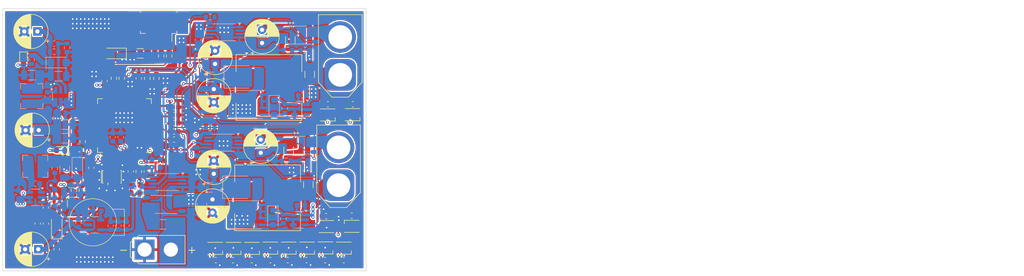
<source format=kicad_pcb>
(kicad_pcb (version 20240108) (generator "pcbnew") (generator_version "8.0")
  (layers (0 "F.Cu" signal) (1 "In1.Cu" power) (2 "In2.Cu" mixed) (31 "B.Cu" signal) (34 "B.Paste" user) (35 "F.Paste" user) (36 "B.SilkS" user "B.Silkscreen") (37 "F.SilkS" user "F.Silkscreen") (38 "B.Mask" user) (39 "F.Mask" user) (44 "Edge.Cuts" user))
  (net 0 "")
  (net 1 "GND")
  (net 2 "VPP")
  (net 3 "+5V")
  (net 4 "Net-(U1-BS)")
  (net 5 "Net-(U1-LX)")
  (net 6 "Net-(U3-LX)")
  (net 7 "Net-(U3-BS)")
  (net 8 "Net-(U2-BP{slash}FB)")
  (net 9 "+3.3V")
  (net 10 "Net-(U3-FB)")
  (net 11 "+10V")
  (net 12 "Net-(U1-FB)")
  (net 13 "Net-(U4-PG10)")
  (net 14 "Net-(J1-Pin_2)")
  (net 15 "Net-(C36-Pad2)")
  (net 16 "ISENSE_CH1")
  (net 17 "VSENSE_CH1")
  (net 18 "ISENSE_CH2")
  (net 19 "Net-(C47-Pad2)")
  (net 20 "VSENSE_CH2")
  (net 21 "Net-(D5-A)")
  (net 22 "Net-(D6-A)")
  (net 23 "Net-(D6-K)")
  (net 24 "Net-(J2-Pin_1)")
  (net 25 "Net-(J2-Pin_2)")
  (net 26 "Net-(R11-Pad2)")
  (net 27 "Net-(U7--)")
  (net 28 "Net-(U7-+)")
  (net 29 "DRV_CH2")
  (net 30 "Net-(U4-PA8)")
  (net 31 "Net-(U4-PA10)")
  (net 32 "ISENSE_INPUT")
  (net 33 "Net-(D3-A)")
  (net 34 "Net-(D4-A)")
  (net 35 "Net-(D4-K)")
  (net 36 "VSENSE_INPUT")
  (net 37 "Net-(BZ1-+)")
  (net 38 "Net-(J1-Pin_1)")
  (net 39 "Net-(J7-Pin_4)")
  (net 40 "Net-(J8-Pin_2)")
  (net 41 "Net-(J7-Pin_1)")
  (net 42 "Net-(J7-Pin_2)")
  (net 43 "Net-(U5--)")
  (net 44 "Net-(U5-+)")
  (net 45 "Net-(R8-Pad2)")
  (net 46 "SWDCK")
  (net 47 "SWDIO")
  (net 50 "Net-(BZ1--)")
  (net 58 "+2V5")
  (net 66 "Net-(D7-A)")
  (net 69 "Net-(U4-PF0)")
  (net 78 "Net-(D8-A)")
  (net 86 "Net-(D17-A)")
  (net 88 "Net-(U4-PF1)")
  (net 90 "DRV_CH1")
  (net 91 "RGB_DATA")
  (net 92 "Net-(D18-DOUT)")
  (net 93 "Net-(D19-DOUT)")
  (net 94 "Net-(D20-DOUT)")
  (net 95 "Net-(D21-DOUT)")
  (net 96 "Net-(D22-DOUT)")
  (net 97 "Net-(D23-DOUT)")
  (net 98 "Net-(D24-DOUT)")
  (net 99 "Net-(D25-DOUT)")
  (net 100 "Net-(D26-DOUT)")
  (net 101 "Net-(D27-DOUT)")
  (net 102 "Net-(D28-DOUT)")
  (net 104 "Net-(F8-Pad1)")
  (net 105 "Net-(Q3-G)")
  (net 106 "Net-(U4-PB8)")
  (net 107 "Net-(R22-Pad2)")
  (net 108 "Net-(U9--)")
  (net 109 "Net-(U9-+)")
  (net 110 "BUZZER")
  (footprint "LED_SMD:LED_WS2812B-2020_PLCC4_2.0x2.0mm" (layer "F.Cu") (at 110.2548 78.4898)
    (property "Reference" "D20" (hide yes))
    (property "Value" "WS2812B-2020")
  )
  (footprint "LED_SMD:LED_WS2812B-2020_PLCC4_2.0x2.0mm" (layer "F.Cu") (at 89.085 82.639 180)
    (property "Reference" "D29" (hide yes))
    (property "Value" "WS2812B-2020")
  )
  (footprint "Capacitor_THT:CP_Radial_D6.3mm_P2.50mm" (layer "F.Cu") (at 88.822 68.451379 90)
    (property "Reference" "C40" (hide yes))
    (property "Value" "100u")
  )
  (footprint "Capacitor_SMD:C_0603_1608Metric" (layer "F.Cu") (at 96.044 84.883 180)
    (property "Reference" "C98" (hide yes))
    (property "Value" "100n")
  )
  (footprint "Capacitor_THT:CP_Radial_D6.3mm_P2.50mm" (layer "F.Cu") (at 55.252381 41.355 180)
    (property "Reference" "C20" (hide yes))
    (property "Value" "C_Polarized")
  )
  (footprint "Capacitor_SMD:C_0603_1608Metric" (layer "F.Cu") (at 106.458 84.883 180)
    (property "Reference" "C97" (hide yes))
    (property "Value" "100n")
  )
  (footprint "Capacitor_SMD:C_0603_1608Metric" (layer "F.Cu") (at 110.014 84.883 180)
    (property "Reference" "C100" (hide yes))
    (property "Value" "100n")
  )
  (footprint "LED_SMD:LED_WS2812B-2020_PLCC4_2.0x2.0mm" (layer "F.Cu") (at 92.582858 82.639 180)
    (property "Reference" "D28" (hide yes))
    (property "Value" "WS2812B-2020")
  )
  (footprint "Capacitor_THT:CP_Radial_D6.3mm_P2.50mm" (layer "F.Cu") (at 88.822 52.336621 -90)
    (property "Reference" "C104" (hide yes))
    (property "Value" "100u")
  )
  (footprint "LED_SMD:LED_WS2812B-2020_PLCC4_2.0x2.0mm" (layer "F.Cu") (at 103.076429 82.597 180)
    (property "Reference" "D25" (hide yes))
    (property "Value" "WS2812B-2020")
  )
  (footprint "Connector_AMASS:AMASS_XT30U-M_1x02_P5.0mm_Vertical" (layer "F.Cu") (at 75.647 82.8815)
    (property "Reference" "J8" (hide yes))
    (property "Value" "Conn_01x02")
  )
  (footprint "Capacitor_THT:CP_Radial_D6.3mm_P2.50mm" (layer "F.Cu") (at 55.411379 82.804 180)
    (property "Reference" "C21" (hide yes))
    (property "Value" "C_Polarized")
  )
  (footprint "Capacitor_SMD:C_0603_1608Metric" (layer "F.Cu") (at 56.864 74.883 -90)
    (property "Reference" "C54" (hide yes))
    (property "Value" "10u")
  )
  (footprint "Resistor_SMD:R_0603_1608Metric" (layer "F.Cu") (at 63.722 71.581 90)
    (property "Reference" "R27" (hide yes))
    (property "Value" "10k")
  )
  (footprint "Capacitor_SMD:C_0603_1608Metric" (layer "F.Cu") (at 73.022 68.019 -90)
    (property "Reference" "C30" (hide yes))
    (property "Value" "100n")
  )
  (footprint "Capacitor_SMD:C_0603_1608Metric" (layer "F.Cu") (at 81.248 61.929 180)
    (property "Reference" "C39" (hide yes))
    (property "Value" "100n")
  )
  (footprint "LED_SMD:LED_WS2812B-2020_PLCC4_2.0x2.0mm" (layer "F.Cu") (at 110.072143 82.555 180)
    (property "Reference" "D23" (hide yes))
    (property "Value" "WS2812B-2020")
  )
  (footprint "Resistor_SMD:R_0603_1608Metric" (layer "F.Cu") (at 71.322 50.269 -90)
    (property "Reference" "R16" (hide yes))
    (property "Value" "33r")
  )
  (footprint "Capacitor_SMD:C_0603_1608Metric" (layer "F.Cu") (at 92.488 84.883 180)
    (property "Reference" "C99" (hide yes))
    (property "Value" "100n")
  )
  (footprint "Fuse:Fuse_1206_3216Metric" (layer "F.Cu") (at 107.072 49.519 90)
    (property "Reference" "F1" (hide yes))
    (property "Value" "8A")
  )
  (footprint "Capacitor_SMD:C_0603_1608Metric" (layer "F.Cu") (at 76.0784 68.012 -90)
    (property "Reference" "C23" (hide yes))
    (property "Value" "100n")
  )
  (footprint "Inductor_SMD:L_Coilcraft_MSS1260-XXX" (layer "F.Cu") (at 99.322 52.019)
    (property "Reference" "L3" (hide yes))
    (property "Value" "47u")
  )
  (footprint "Fuse:Fuse_1206_3216Metric" (layer "F.Cu") (at 74.822 45.519)
    (property "Reference" "F7" (hide yes))
    (property "Value" "1A")
  )
  (footprint "Capacitor_SMD:C_0603_1608Metric" (layer "F.Cu") (at 113.57 84.883 180)
    (property "Reference" "C96" (hide yes))
    (property "Value" "100n")
  )
  (footprint "Capacitor_SMD:C_0603_1608Metric" (layer "F.Cu") (at 81.322 57.269 180)
    (property "Reference" "C91" (hide yes))
    (property "Value" "1u")
  )
  (footprint "Resistor_SMD:R_0603_1608Metric" (layer "F.Cu") (at 77.8952 50.2966 90)
    (property "Reference" "R25" (hide yes))
    (property "Value" "90k")
  )
  (footprint "Capacitor_SMD:C_0603_1608Metric" (layer "F.Cu") (at 55.31 77.918 90)
    (property "Reference" "C55" (hide yes))
    (property "Value" "10u")
  )
  (footprint "LinkedLibrary:MLT-9032" (layer "F.Cu") (at 65.803001 77.689 90)
    (property "Reference" "BZ1" (hide yes))
    (property "Value" "Buzzer-9032")
  )
  (footprint "LED_SMD:LED_WS2812B-2020_PLCC4_2.0x2.0mm" (layer "F.Cu") (at 110.5088 57.2554 180)
    (property "Reference" "D18" (hide yes))
    (property "Value" "WS2812B-2020")
  )
  (footprint "Capacitor_SMD:C_0603_1608Metric" (layer "F.Cu") (at 115.2834 55.2146)
    (property "Reference" "C93" (hide yes))
    (property "Value" "100n")
  )
  (footprint "LED_SMD:LED_WS2812B-2020_PLCC4_2.0x2.0mm" (layer "F.Cu") (at 115.0808 78.439)
    (property "Reference" "D21" (hide yes))
    (property "Value" "WS2812B-2020")
  )
  (footprint "Inductor_SMD:L_0603_1608Metric" (layer "F.Cu") (at 58.928 82.804 90)
    (property "Reference" "FB1" (hide yes))
    (property "Value" "FerriteBead")
  )
  (footprint "Connector_Molex:Molex_PicoBlade_53261-0471_1x04-1MP_P1.25mm_Horizontal" (layer "F.Cu") (at 78.322 40.019 180)
    (property "Reference" "J7" (hide yes))
    (property "Value" "Conn_SWD")
  )
  (footprint "Capacitor_THT:CP_Radial_D6.3mm_P2.50mm" (layer "F.Cu") (at 98.012 43.55338 90)
    (property "Reference" "C36" (hide yes))
    (property "Value" "100u")
  )
  (footprint "Capacitor_THT:CP_Radial_D6.3mm_P2.50mm" (layer "F.Cu") (at 55.50638 60.151 180)
    (property "Reference" "C4" (hide yes))
    (property "Value" "C_Polarized")
  )
  (footprint "Capacitor_SMD:C_0603_1608Metric" (layer "F.Cu") (at 79.978 65.993 180)
    (property "Reference" "C29" (hide yes))
    (property "Value" "10u")
  )
  (footprint "Resistor_SMD:R_0603_1608Metric" (layer "F.Cu") (at 80.322 46.019 90)
    (property "Reference" "R37" (hide yes))
    (property "Value" "120r")
  )
  (footprint "Capacitor_SMD:C_0603_1608Metric" (layer "F.Cu") (at 115.0808 76.407)
    (property "Reference" "C95" (hide yes))
    (property "Value" "100n")
  )
  (footprint "Capacitor_SMD:C_0603_1608Metric" (layer "F.Cu") (at 56.864 77.931 -90)
    (property "Reference" "C56" (hide yes))
    (property "Value" "20p")
  )
  (footprint "Capacitor_SMD:C_0603_1608Metric" (layer "F.Cu") (at 81.304785 58.769 180)
    (property "Reference" "C90" (hide yes))
    (property "Value" "100n")
  )
  (footprint "Capacitor_SMD:C_0603_1608Metric" (layer "F.Cu") (at 81.297 55.769 180)
    (property "Reference" "C25" (hide yes))
    (property "Value" "100n")
  )
  (footprint "LED_SMD:LED_0603_1608Metric" (layer "F.Cu") (at 59.69 64.008 180)
    (property "Reference" "D7" (hide yes))
    (property "Value" "LED_WHITE")
  )
  (footprint "Resistor_SMD:R_0603_1608Metric" (layer "F.Cu") (at 63.8744 62.3354 90)
    (property "Reference" "R18" (hide yes))
    (property "Value" "1k")
  )
  (footprint "Crystal:Resonator_SMD_Murata_CSTxExxV-3Pin_3.0x1.1mm_HandSoldering" (layer "F.Cu") (at 69.422 69.019)
    (property "Reference" "Y3" (hide yes))
    (property "Value" "CSTCE8M")
  )
  (footprint "Capacitor_SMD:C_0603_1608Metric" (layer "F.Cu") (at 89.199 84.883 180)
    (property "Reference" "C103" (hide yes))
    (property "Value" "100n")
  )
  (footprint "Capacitor_SMD:C_1206_3216Metric" (layer "F.Cu") (at 103.392 43.038337 -90)
    (property "Reference" "C37" (hide yes))
    (property "Value" "10u")
  )
  (footprint "LED_SMD:LED_WS2812B-2020_PLCC4_2.0x2.0mm" (layer "F.Cu") (at 99.578572 82.597 180)
    (property "Reference" "D26" (hide yes))
    (property "Value" "WS2812B-2020")
  )
  (footprint "Capacitor_SMD:C_0603_1608Metric" (layer "F.Cu") (at 63.246 64.77)
    (property "Reference" "C57" (hide yes))
    (property "Value" "10u")
  )
  (footprint "Capacitor_SMD:C_0603_1608Metric" (layer "F.Cu") (at 65.532 67.31 90)
    (property "Reference" "C28" (hide yes))
    (property "Value" "100n")
  )
  (footprint "Package_QFP:LQFP-64_10x10mm_P0.5mm" (layer "F.Cu") (at 71.822 59.269 90)
    (property "Reference" "U4" (hide yes))
    (property "Value" "STM32G474RBTx")
  )
  (footprint "LED_SMD:LED_WS2812B-2020_PLCC4_2.0x2.0mm" (layer "F.Cu") (at 113.57 82.597 180)
    (property "Reference" "D22" (hide yes))
    (property "Value" "WS2812B-2020")
  )
  (footprint "Resistor_SMD:R_0603_1608Metric" (layer "F.Cu") (at 74.5424 68.025 90)
    (property "Reference" "R7" (hide yes))
    (property "Value" "1k")
  )
  (footprint "Capacitor_SMD:C_0603_1608Metric" (layer "F.Cu") (at 81.261 60.405 180)
    (property "Reference" "C50" (hide yes))
    (property "Value" "100n")
  )
  (footprint "LED_SMD:LED_0603_1608Metric" (layer "F.Cu") (at 73.914 72.136 180)
    (property "Reference" "D8" (hide yes))
    (property "Value" "LED_WHITE")
  )
  (footprint "LED_SMD:LED_WS2812B-2020_PLCC4_2.0x2.0mm" (layer "F.Cu") (at 115.2326 57.1958 180)
    (property "Reference" "D19" (hide yes))
    (property "Value" "WS2812B-2020")
  )
  (footprint "Capacitor_THT:CP_Radial_D6.3mm_P2.50mm" (layer "F.Cu") (at 89.072 47.538337 90)
    (property "Reference" "C35" (hide yes))
    (property "Value" "100u")
  )
  (footprint "Capacitor_SMD:C_0603_1608Metric" (layer "F.Cu") (at 79.978 64.493 180)
    (property "Reference" "C27" (hide yes))
    (property "Value" "100n")
  )
  (footprint "Connector_AMASS:AMASS_XT60-M_1x02_P7.20mm_Vertical" (layer "F.Cu") (at 112.572 70.619 90)
    (property "Reference" "J2" (hide yes))
    (property "Value" "XT60_MALE")
  )
  (footprint "LED_SMD:LED_WS2812B-2020_PLCC4_2.0x2.0mm" (layer "F.Cu") (at 96.080715 82.639 180)
    (property "Reference" "D27" (hide yes))
    (property "Value" "WS2812B-2020")
  )
  (footprint "Capacitor_SMD:C_0603_1608Metric" (layer "F.Cu") (at 74.5424 50.3088 -90)
    (property "Reference" "C53" (hide yes))
    (property "Value" "100n")
  )
  (footprint "Resistor_SMD:R_0603_1608Metric" (layer "F.Cu") (at 78.822 46.019 90)
    (property "Reference" "R36" (hide yes))
    (property "Value" "120r")
  )
  (footprint "LED_SMD:LED_0603_1608Metric" (layer "F.Cu") (at 52.609001 46.752 -90)
    (property "Reference" "D17" (hide yes))
    (property "Value" "LED_WHITE")
  )
  (footprint "Resistor_SMD:R_0603_1608Metric" (layer "F.Cu") (at 62.198 71.581 -90)
    (property "Reference" "R26" (hide yes))
    (property "Value" "33r")
  )
  (footprint "Capacitor_THT:CP_Radial_D6.3mm_P2.50mm" (layer "F.Cu") (at 97.758 64.451379 90)
    (property "Reference" "C48" (hide yes))
    (property "Value" "100u")
  )
  (footprint "Capacitor_SMD:C_0603_1608Metric" (layer "F.Cu") (at 68.022 50.8 -90)
    (property "Reference" "C26" (hide yes))
    (property "Value" "100n")
  )
  (footprint "Capacitor_SMD:C_0603_1608Metric" (layer "F.Cu") (at 110.204 76.5086)
    (property "Reference" "C94" (hide yes))
    (property "Value" "100n")
  )
  (footprint "Capacitor_THT:CP_Radial_D6.3mm_P2.50mm" (layer "F.Cu") (at 88.572 73.336621 -90)
    (property "Reference" "C42" (hide yes))
    (property "Value" "100u")
  )
  (footprint "Resistor_SMD:R_0603_1608Metric" (layer "F.Cu") (at 76.168 50.2966 -90)
    (property "Reference" "R24" (hide yes))
    (property "Value" "10k")
  )
  (footprint "Diode_SMD:D_SMF" (layer "F.Cu") (at 69.818 45.546 180)
    (property "Reference" "D15" (hide yes))
    (property "Value" "SMF3.3A")
  )
  (footprint "Capacitor_SMD:C_0603_1608Metric" (layer "F.Cu") (at 102.902 84.883 180)
    (property "Reference" "C101" (hide yes))
    (property "Value" "100n")
  )
  (footprint "Diode_SMD:D_SMF" (layer "F.Cu") (at 58.933 78.476 90)
    (property "Reference" "D9" (hide yes))
    (property "Value" "DSS34")
  )
  (footprint "Fuse:Fuse_1206_3216Metric" (layer "F.Cu") (at 106.822 70.519 90)
    (property "Reference" "F2" (hide yes))
    (property "Value" "8A")
  )
  (footprint "Capacitor_SMD:C_0603_1608Metric" (layer "F.Cu") (at 110.524 55.2234)
    (property "Reference" "C92" (hide yes))
    (property "Value" "100n")
  )
  (footprint "LED_SMD:LED_WS2812B-2020_PLCC4_2.0x2.0mm" (layer "F.Cu") (at 106.574286 82.597 180)
    (property "Reference" "D24" (hide yes))
    (property "Value" "WS2812B-2020")
  )
  (footprint "Capacitor_SMD:C_1206_3216Metric" (layer "F.Cu") (at 103.072 64.019 -90)
    (property "Reference" "C47" (hide yes))
    (property "Value" "10u")
  )
  (footprint "Resistor_SMD:R_0603_1608Metric" (layer "F.Cu") (at 73.914 70.612 180)
    (property "Reference" "R21" (hide yes))
    (property "Value" "2.2k")
  )
  (footprint "Inductor_SMD:L_Coilcraft_MSS1260-XXX" (layer "F.Cu") (at 99.072 73.019)
    (property "Reference" "L4" (hide yes))
    (property "Value" "47u")
  )
  (footprint "Connector_AMASS:AMASS_XT60-M_1x02_P7.20mm_Vertical" (layer "F.Cu") (at 112.892 49.619 90)
    (property "Reference" "J1" (hide yes))
    (property "Value" "XT60_MALE")
  )
  (footprint "Package_TO_SOT_SMD:SOT-23" (layer "F.Cu") (at 59.404 74.121 -90)
    (property "Reference" "Q3" (hide yes))
    (property "Value" "AO3400A")
  )
  (footprint "Capacitor_SMD:C_0603_1608Metric" (layer "F.Cu") (at 99.6 84.883 180)
    (property "Reference" "C102" (hide yes))
    (property "Value" "100n")
  )
  (footprint "Resistor_SMD:R_0603_1608Metric" (layer "F.Cu") (at 69.822 50.269 -90)
    (property "Reference" "R17" (hide yes))
    (property "Value" "33r")
  )
  (footprint "Capacitor_SMD:C_1206_3216Metric" (layer "B.Cu") (at 86.822 53.769 -90)
    (property "Reference" "C34" (hide yes))
    (property "Value" "10u")
  )
  (footprint "Resistor_SMD:R_0603_1608Metric" (layer "B.Cu") (at 61.214 64.008 180)
    (property "Reference" "R20" (hide yes))
    (property "Value" "10k")
  )
  (footprint "Capacitor_SMD:C_1206_3216Metric" (layer "B.Cu") (at 60.452 67.691 -90)
    (property "Reference" "C19" (hide yes))
    (property "Value" "10u")
  )
  (footprint "Capacitor_SMD:C_0603_1608Metric" (layer "B.Cu") (at 90.322 74.769 -90)
    (property "Reference" "C43" (hide yes))
    (property "Value" "100n")
  )
  (footprint "Package_TO_SOT_SMD:TDSON-8-1" (layer "B.Cu") (at 95.072 55.269 180)
    (property "Reference" "Q1" (hide yes))
    (property "Value" "BSC070N10NS5")
  )
  (footprint "Capacitor_SMD:C_0603_1608Metric" (layer "B.Cu") (at 63.061501 77.823 90)
    (property "Reference" "C3" (hide yes))
    (property "Value" "100n")
  )
  (footprint "Capacitor_SMD:C_0603_1608Metric" (layer "B.Cu") (at 51.686001 72.39 90)
    (property "Reference" "C7" (hide yes))
    (property "Value" "100n")
  )
  (footprint "Capacitor_SMD:C_1206_3216Metric" (layer "B.Cu") (at 86.572 74.769 -90)
    (property "Reference" "C45" (hide yes))
    (property "Value" "10u")
  )
  (footprint "Diode_SMD:D_SMF" (layer "B.Cu") (at 62.865 67.691 -90)
    (property "Reference" "D2" (hide yes))
    (property "Value" "SMF5V0A")
  )
  (footprint "Capacitor_SMD:C_0603_1608Metric" (layer "B.Cu") (at 69.2175 78.331 90)
    (property "Reference" "C13" (hide yes))
    (property "Value" "10u")
  )
  (footprint "Capacitor_SMD:C_0603_1608Metric" (layer "B.Cu") (at 58.547 73.8 90)
    (property "Reference" "C15" (hide yes))
    (property "Value" "100p")
  )
  (footprint "Capacitor_SMD:C_0603_1608Metric" (layer "B.Cu") (at 77.022 66.419 90)
    (property "Reference" "C52" (hide yes))
    (property "Value" "100n")
  )
  (footprint "Capacitor_SMD:C_0603_1608Metric" (layer "B.Cu") (at 54.886001 70.323 180)
    (property "Reference" "C8" (hide yes))
    (property "Value" "100n")
  )
  (footprint "Capacitor_SMD:C_1206_3216Metric" (layer "B.Cu") (at 88.072 50.019 180)
    (property "Reference" "C33" (hide yes))
    (property "Value" "10u")
  )
  (footprint "Capacitor_SMD:C_0603_1608Metric" (layer "B.Cu") (at 105.41 74.422)
    (property "Reference" "C49" (hide yes))
    (property "Value" "100n")
  )
  (footprint "Fuse:Fuse_1206_3216Metric" (layer "B.Cu") (at 79.147 78.0815)
    (property "Reference" "F8" (hide yes))
    (property "Value" "30A")
  )
  (footprint "Capacitor_SMD:C_1206_3216Metric" (layer "B.Cu") (at 60.53838 59.078)
    (property "Reference" "C2" (hide yes))
    (property "Value" "10u")
  )
  (footprint "Capacitor_SMD:C_1206_3216Metric" (layer "B.Cu") (at 87.822 71.019 180)
    (property "Reference" "C46" (hide yes))
    (property "Value" "10u")
  )
  (footprint "Diode_SMD:D_SOD-123F" (layer "B.Cu") (at 100.322 55.769 -90)
    (property "Reference" "D4" (hide yes))
    (property "Value" "K34")
  )
  (footprint "Resistor_SMD:R_0603_1608Metric" (layer "B.Cu") (at 58.433 45.212)
    (property "Reference" "R1" (hide yes))
    (property "Value" "118k")
  )
  (footprint "Capacitor_SMD:C_0603_1608Metric" (layer "B.Cu") (at 72.2055 78.318 90)
    (property "Reference" "C11" (hide yes))
    (property "Value" "100n")
  )
  (footprint "Resistor_SMD:R_Shunt_Vishay_WSK2512_6332Metric_T1.19mm" (layer "B.Cu") (at 104.822 42.038337)
    (property "Reference" "R5" (hide yes))
    (property "Value" "4m" (hide yes))
  )
  (footprint "Resistor_SMD:R_0603_1608Metric" (layer "B.Cu") (at 88.138 59.69)
    (property "Reference" "R11" (hide yes))
    (property "Value" "33R")
  )
  (footprint "Capacitor_SMD:C_0603_1608Metric" (layer "B.Cu") (at 57.181001 53.678 -90)
    (property "Reference" "C9" (hide yes))
    (property "Value" "100n")
  )
  (footprint "Package_TO_SOT_SMD:SOT-23-5" (layer "B.Cu") (at 66.1405 78.177)
    (property "Reference" "U2" (hide yes))
    (property "Value" "RS3236")
  )
  (footprint "Capacitor_SMD:C_0603_1608Metric" (layer "B.Cu") (at 66.6305 75.524 180)
    (property "Reference" "C10" (hide yes))
    (property "Value" "10n")
  )
  (footprint "Diode_SMD:D_SMF" (layer "B.Cu") (at 59.26338 47.278)
    (property "Reference" "D1" (hide yes))
    (property "Value" "SMF10A")
  )
  (footprint "Package_SO:TSSOP-8_4.4x3mm_P0.65mm" (layer "B.Cu") (at 90.822 41.519 180)
    (property "Reference" "U5" (hide yes))
    (property "Value" "INA240A1PW")
  )
  (footprint "Capacitor_SMD:C_0603_1608Metric" (layer "B.Cu") (at 105.664 53.519)
    (property "Reference" "C22" (hide yes))
    (property "Value" "100n")
  )
  (footprint "Resistor_SMD:R_0603_1608Metric" (layer "B.Cu") (at 102.072 77.019 -90)
    (property "Reference" "R13" (hide yes))
    (property "Value" "1R")
  )
  (footprint "Resistor_SMD:R_0603_1608Metric" (layer "B.Cu") (at 105.923 65.993)
    (property "Reference" "R15" (hide yes))
    (property "Value" "90k")
  )
  (footprint "Diode_SMD:D_SOD-123F" (layer "B.Cu") (at 100.072 76.769 -90)
    (property "Reference" "D6" (hide yes))
    (property "Value" "K34")
  )
  (footprint "Package_TO_SOT_SMD:SOT-23-5" (layer "B.Cu") (at 105.322 56.219 180)
    (property "Reference" "U6" (hide yes))
    (property "Value" "UCC27517")
  )
  (footprint "Capacitor_SMD:C_0603_1608Metric" (layer "B.Cu") (at 70.6815 78.318 90)
    (property "Reference" "C12" (hide yes))
    (property "Value" "10u")
  )
  (footprint "Resistor_SMD:R_Shunt_Vishay_WSK2512_6332Metric_T1.19mm" (layer "B.Cu") (at 79.347 74.2815 180)
    (property "Reference" "R23" (hide yes))
    (property "Value" "4m")
  )
  (footprint "Package_SO:TSSOP-8_4.4x3mm_P0.65mm" (layer "B.Cu") (at 90.572 62.519 180)
    (property "Reference" "U7" (hide yes))
    (property "Value" "INA240A1PW")
  )
  (footprint "Resistor_SMD:R_Shunt_Vishay_WSK2512_6332Metric_T1.19mm" (layer "B.Cu") (at 104.572 63.019)
    (property "Reference" "R12" (hide yes))
    (property "Value" "4m")
  )
  (footprint "Capacitor_SMD:C_0603_1608Metric" (layer "B.Cu") (at 90.322 53.769 -90)
    (property "Reference" "C32" (hide yes))
    (property "Value" "100n")
  )
  (footprint "Capacitor_SMD:C_0603_1608Metric" (layer "B.Cu") (at 71.12 61.468 -90)
    (property "Reference" "C44" (hide yes))
    (property "Value" "100n")
  )
  (footprint "Capacitor_SMD:C_0603_1608Metric" (layer "B.Cu") (at 85.852 42.926 -90)
    (property "Reference" "C31" (hide yes))
    (property "Value" "100n")
  )
  (footprint "Package_TO_SOT_SMD:SOT-23-5" (layer "B.Cu") (at 105.072 77.219 180)
    (property "Reference" "U8" (hide yes))
    (property "Value" "UCC27517")
  )
  (footprint "Package_TO_SOT_SMD:SOT-23-6" (layer "B.Cu") (at 59.681001 53.678 -90)
    (property "Reference" "U3" (hide yes))
    (property "Value" "RY8411")
  )
  (footprint "Diode_SMD:D_PowerDI-5" (layer "B.Cu") (at 94.572 50.019)
    (property "Reference" "D3" (hide yes))
    (property "Value" "SB1045")
  )
  (footprint "Capacitor_SMD:C_0603_1608Metric" (layer "B.Cu") (at 85.598 64.262 -90)
    (property "Reference" "C41" (hide yes))
    (property "Value" "100n")
  )
  (footprint "Package_TO_SOT_SMD:SOT-23-6" (layer "B.Cu") (at 54.886001 72.923 180)
    (property "Reference" "U1" (hide yes))
    (property "Value" "RY8411")
  )
  (footprint "Capacitor_SMD:C_0603_1608Metric" (layer "B.Cu") (at 61.537501 76.807 90)
    (property "Reference" "C5" (hide yes))
    (property "Value" "10u")
  )
  (footprint "Capacitor_SMD:C_0603_1608Metric" (layer "B.Cu") (at 74.422 71.019 180)
    (property "Reference" "C51" (hide yes))
    (property "Value" "100n")
  )
  (footprint "Capacitor_SMD:C_0603_1608Metric" (layer "B.Cu") (at 59.83838 56.878 180)
    (property "Reference" "C6" (hide yes))
    (property "Value" "100n")
  )
  (footprint "Capacitor_SMD:C_1206_3216Metric" (layer "B.Cu") (at 54.181001 49.678 180)
    (property "Reference" "C16" (hide yes))
    (property "Value" "10u")
  )
  (footprint "Resistor_SMD:R_0603_1608Metric" (layer "B.Cu") (at 58.547 70.612 -90)
    (property "Reference" "R4" (hide yes))
    (property "Value" "10k")
  )
  (footprint "Resistor_SMD:R_0603_1608Metric" (layer "B.Cu") (at 58.547 67.437 -90)
    (property "Reference" "R3" (hide yes))
    (property "Value" "53.6k")
  )
  (footprint "Resistor_SMD:R_0603_1608Metric" (layer "B.Cu") (at 106.203 44.911)
    (property "Reference" "R10" (hide yes))
    (property "Value" "90k")
  )
  (footprint "Diode_SMD:D_PowerDI-5" (layer "B.Cu") (at 94.322 71.019)
    (property "Reference" "D5" (hide yes))
    (property "Value" "SB1045")
  )
  (footprint "Package_SO:TSSOP-8_4.4x3mm_P0.65mm" (layer "B.Cu") (at 80.022 70.019 180)
    (property "Reference" "U9" (hide yes))
    (property "Value" "INA240A1PW")
  )
  (footprint "Capacitor_SMD:C_0603_1608Metric" (layer "B.Cu") (at 58.433 43.688)
    (property "Reference" "C14" (hide yes))
    (property "Value" "100p")
  )
  (footprint "Resistor_SMD:R_0603_1608Metric" (layer "B.Cu") (at 88.138 38.608)
    (property "Reference" "R8" (hide yes))
    (property "Value" "33R")
  )
  (footprint "Resistor_SMD:R_0603_1608Metric" (layer "B.Cu") (at 60.89838 44.45 -90)
    (property "Reference" "R2" (hide yes))
    (property "Value" "10k")
  )
  (footprint "Capacitor_SMD:C_1206_3216Metric" (layer "B.Cu") (at 61.849 72.009)
    (property "Reference" "C17" (hide yes))
    (property "Value" "10u")
  )
  (footprint "Inductor_SMD:L_Bourns-SRN4018" (layer "B.Cu") (at 54.832 67.009)
    (property "Reference" "L2" (hide yes))
    (property "Value" "4.7u")
  )
  (footprint "Inductor_SMD:L_Bourns-SRN4018" (layer "B.Cu") (at 54.181001 53.678 90)
    (property "Reference" "L1" (hide yes))
    (property "Value" "4.7u")
  )
  (footprint "Capacitor_SMD:C_1206_3216Metric" (layer "B.Cu") (at 60.53838 61.678)
    (property "Reference" "C1" (hide yes))
    (property "Value" "10u")
  )
  (footprint "Resistor_SMD:R_0603_1608Metric" (layer "B.Cu") (at 102.901 44.911)
    (property "Reference" "R9" (hide yes))
    (property "Value" "10k")
  )
  (footprint "Resistor_SMD:R_0603_1608Metric" (layer "B.Cu") (at 102.621 65.993)
    (property "Reference" "R14" (hide yes))
    (property "Value" "10k")
  )
  (footprint "Resistor_SMD:R_0603_1608Metric" (layer "B.Cu") (at 78.622 66.419 -90)
    (property "Reference" "R22" (hide yes))
    (property "Value" "33R")
  )
  (footprint "Package_TO_SOT_SMD:TDSON-8-1" (layer "B.Cu") (at 94.822 76.269 180)
    (property "Reference" "Q2" (hide yes))
    (property "Value" "BSC070N10NS5")
  )
  (footprint "Resistor_SMD:R_0603_1608Metric" (layer "B.Cu") (at 54.133001 46.752 -90)
    (property "Reference" "R19" (hide yes))
    (property "Value" "100k")
  )
  (footprint "Capacitor_SMD:C_0603_1608Metric" (layer "B.Cu") (at 69.596 61.468 -90)
    (property "Reference" "C38" (hide yes))
    (property "Value" "100n")
  )
  (footprint "Resistor_SMD:R_0603_1608Metric" (layer "B.Cu") (at 102.322 56.019 -90)
    (property "Reference" "R6" (hide yes))
    (property "Value" "1R")
  )
  (footprint "Capacitor_SMD:C_1206_3216Metric" (layer "B.Cu") (at 59.26338 49.878)
    (property "Reference" "C18" (hide yes))
    (property "Value" "10u")
  )
  (gr_poly (pts (xy 106.038523 72.280815) (xy 111.046523 73.526815) (xy 114.546523 73.526815) (xy 110.538523 68.780815)) (stroke (width 0.2)) (fill solid) (layer "F.Cu") (net 24))
  (gr_poly (pts (xy 92.71 70.358) (xy 92.71 75.184) (xy 91.44 76.708) (xy 91.44 78.74) (xy 96.266 78.74) (xy 96.266 75.692) (xy 97.028 74.93) (xy 97.028 70.104)) (stroke (width 0.2)) (fill solid) (layer "F.Cu") (net 21))
  (gr_poly (pts (xy 73.914 45.212) (xy 73.914 46.99) (xy 70.866 46.99) (xy 70.866 45.212)) (stroke (width 0.2)) (fill solid) (layer "F.Cu") (net 9))
  (gr_poly (pts (xy 93.218 48.768) (xy 93.218 53.594) (xy 91.948 55.118) (xy 91.948 57.15) (xy 96.774 57.15) (xy 96.774 54.102) (xy 97.536 53.34) (xy 97.536 48.514)) (stroke (width 0.2)) (fill solid) (layer "F.Cu") (net 33))
  (gr_poly (pts (xy 85.09 39.624) (xy 84.074 42.164) (xy 81.788 42.164) (xy 81.788 43.688) (xy 86.36 43.688) (xy 87.376 39.624)) (stroke (width 0.2)) (fill solid) (layer "F.Cu") (net 9))
  (gr_poly (pts (xy 106.322 51.019) (xy 110.822 52.519) (xy 114.322 52.519) (xy 110.822 47.519)) (stroke (width 0.2)) (fill solid) (layer "F.Cu") (net 38))
  (gr_poly (pts (xy 100.838 75.692) (xy 100.838 70.866) (xy 105.664 68.326) (xy 107.696 68.326) (xy 107.696 69.85) (xy 105.156 70.358) (xy 105.156 75.946)) (stroke (width 0.2)) (fill solid) (layer "F.Cu") (net 19))
  (gr_poly (pts (xy 101.346 54.61) (xy 101.346 49.784) (xy 106.172 47.244) (xy 108.204 47.244) (xy 108.204 48.768) (xy 105.664 49.276) (xy 105.664 54.864)) (stroke (width 0.2)) (fill solid) (layer "F.Cu") (net 15))
  (gr_poly (pts (xy 87.63 53.34) (xy 87.884 46.482) (xy 90.17 46.482) (xy 97.028 42.672) (xy 99.06 42.672) (xy 102.362 40.64) (xy 104.648 40.64) (xy 104.648 42.418) (xy 102.362 42.672) (xy 98.806 44.704) (xy 96.774 44.704) (xy 89.916 48.514) (xy 89.916 53.34)) (stroke (width 0.2)) (fill solid) (layer "F.Cu") (net 2))
  (gr_poly (pts (xy 87.63 74.422) (xy 87.884 67.564) (xy 90.17 67.564) (xy 97.028 63.754) (xy 99.06 63.754) (xy 102.362 61.722) (xy 104.648 61.722) (xy 104.648 63.5) (xy 102.362 63.754) (xy 98.806 65.786) (xy 96.774 65.786) (xy 89.916 69.596) (xy 89.916 74.422)) (stroke (width 0.2)) (fill solid) (layer "F.Cu") (net 2))
  (gr_poly (pts (xy 85.344 43.18) (xy 86.487 43.18) (xy 86.741 44.577) (xy 85.217 44.958)) (stroke (width 0.2)) (fill solid) (layer "B.Cu") (net 1))
  (gr_poly (pts (xy 55.372 65.024) (xy 61.468 65.151) (xy 61.341 63.246) (xy 63.754 63.246) (xy 63.881 65.405) (xy 63.881 67.818) (xy 59.69 67.945) (xy 59.69 67.183) (xy 57.404 67.183) (xy 57.404 69.088) (xy 55.372 69.088)) (stroke (width 0.2)) (fill solid) (layer "B.Cu") (net 3))
  (gr_poly (pts (xy 108.426 63.199) (xy 114.3 65.786) (xy 113.792 60.96) (xy 107.41 61.445)) (stroke (width 0.2)) (fill solid) (layer "B.Cu") (net 25))
  (gr_poly (pts (xy 88.646 70.104) (xy 89.916 70.104) (xy 90.932 69.342) (xy 95.758 69.342) (xy 95.758 72.898) (xy 90.678 72.898) (xy 89.916 72.136) (xy 88.646 72.136)) (stroke (width 0.2)) (fill solid) (layer "B.Cu") (net 2))
  (gr_poly (pts (xy 108.322 42.019) (xy 112.322 45.019) (xy 112.322 40.019) (xy 108.322 40.519)) (stroke (width 0.2)) (fill solid) (layer "B.Cu") (net 14))
  (gr_poly (pts (xy 54.61 59.182) (xy 59.69 59.182) (xy 59.69 60.96) (xy 54.61 60.96)) (stroke (width 0.2)) (fill solid) (layer "B.Cu") (net 2))
  (gr_poly (pts (xy 81.222 72.619) (xy 88.138 72.136) (xy 90.932 72.136) (xy 90.932 74.422) (xy 83.422 74.619) (xy 81.222 74.819)) (stroke (width 0.2)) (fill solid) (layer "B.Cu") (net 2))
  (gr_poly (pts (xy 91.694 57.658) (xy 91.694 53.086) (xy 95.25 53.086) (xy 96.52 52.07) (xy 96.52 48.514) (xy 96.774 48.26) (xy 98.044 48.26) (xy 98.298 48.514) (xy 98.298 51.816) (xy 98.044 52.578) (xy 97.282 52.578) (xy 96.774 53.848) (xy 96.774 57.658)) (stroke (width 0.2)) (fill solid) (layer "B.Cu") (net 33))
  (gr_poly (pts (xy 78.547 85.6815) (xy 78.547 80.0815) (xy 79.547 79.0815) (xy 79.547 76.8815) (xy 83.347 76.8815) (xy 83.347 85.6815)) (stroke (width 0.2)) (fill solid) (layer "B.Cu") (net 40))
  (gr_poly (pts (xy 58.166 62.738) (xy 58.42 56.388) (xy 58.928 56.134) (xy 59.182 56.134) (xy 59.436 55.372) (xy 59.436 54.102) (xy 59.944 54.102) (xy 59.944 55.372) (xy 59.69 56.388) (xy 59.69 62.738)) (stroke (width 0.2)) (fill solid) (layer "B.Cu") (net 2))
  (gr_poly (pts (xy 58.959001 54.118) (xy 57.943001 54.118) (xy 57.435001 53.864) (xy 56.673001 53.864) (xy 55.911001 54.372) (xy 52.355001 54.372) (xy 52.355001 55.896) (xy 55.911001 55.896) (xy 56.419001 55.642) (xy 56.419001 55.134) (xy 57.943001 55.134) (xy 58.197001 55.642) (xy 58.959001 55.642)) (stroke (width 0.2)) (fill solid) (layer "B.Cu") (net 6))
  (gr_poly (pts (xy 75.222 74.019) (xy 78.422 74.019) (xy 78.422 79.019) (xy 77.222 79.019) (xy 76.222 79.019) (xy 75.222 75.819)) (stroke (width 0.2)) (fill solid) (layer "B.Cu") (net 104))
  (gr_poly (pts (xy 52.324 65.024) (xy 54.102 65.024) (xy 54.356 65.278) (xy 54.61 69.85) (xy 54.61 70.866) (xy 53.594 70.866) (xy 53.594 69.85) (xy 52.578 68.834)) (stroke (width 0.2)) (fill solid) (layer "B.Cu") (net 5))
  (gr_poly (pts (xy 88.9 49.022) (xy 90.17 49.022) (xy 91.186 48.26) (xy 96.012 48.26) (xy 96.012 51.816) (xy 90.932 51.816) (xy 90.17 51.054) (xy 88.9 51.054)) (stroke (width 0.2)) (fill solid) (layer "B.Cu") (net 2))
  (gr_poly (pts (xy 107.188 51.816) (xy 108.712 51.816) (xy 108.712 54.356) (xy 107.188 54.356)) (stroke (width 0.2)) (fill solid) (layer "B.Cu") (net 11))
  (gr_poly (pts (xy 86.868 39.624) (xy 86.868 42.418) (xy 85.344 42.418) (xy 85.344 39.624)) (stroke (width 0.2)) (fill solid) (layer "B.Cu") (net 9))
  (gr_poly (pts (xy 81.788 42.164) (xy 81.788 45.212) (xy 70.358 45.466) (xy 70.358 47.498) (xy 74.422 47.498) (xy 83.566 47.244) (xy 83.566 42.164)) (stroke (width 0.2)) (fill solid) (layer "B.Cu") (net 9))
  (gr_poly (pts (xy 96.266 69.342) (xy 96.266 72.898) (xy 96.012 73.914) (xy 91.44 73.914) (xy 91.44 78.74) (xy 96.266 78.486) (xy 96.774 76.962) (xy 97.028 73.914) (xy 98.044 72.644) (xy 98.044 69.342)) (stroke (width 0.2)) (fill solid) (layer "B.Cu") (net 21))
  (gr_poly (pts (xy 60.452 54.864) (xy 60.452 54.102) (xy 61.468 54.102) (xy 61.468 53.086) (xy 62.23 53.086) (xy 62.23 55.88) (xy 60.452 55.88)) (stroke (width 0.2)) (fill solid) (layer "B.Cu") (net 2))
  (gr_poly (pts (xy 52.355001 53.102) (xy 52.355001 51.324) (xy 54.641001 51.324) (xy 54.895001 50.562) (xy 54.895001 48.784) (xy 56.419001 48.784) (xy 56.419001 50.816) (xy 56.165001 51.578) (xy 56.165001 53.102)) (stroke (width 0.2)) (fill solid) (layer "B.Cu") (net 11))
  (gr_rect (start 48.622 37.019) (end 117.822 86.927) (stroke (width 0.1)) (fill none) (layer "Edge.Cuts"))
  (segment (start 68.422 71.619) (end 67.422 71.619) (width 0.381) (layer "F.Cu") (net 1))
  (segment (start 67.022 68.019) (end 67.022 69.619) (width 0.381) (layer "F.Cu") (net 1))
  (segment (start 67.022 69.619) (end 67.022 71.219) (width 0.381) (layer "F.Cu") (net 1))
  (segment (start 113.6904 84.074) (end 114.345 84.7286) (width 0.381) (layer "F.Cu") (net 1))
  (segment (start 71.422 71.219) (end 71.022 71.619) (width 0.381) (layer "F.Cu") (net 1))
  (segment (start 67.522 66.719) (end 67.022 67.219) (width 0.381) (layer "F.Cu") (net 1))
  (segment (start 68.572 55.2624) (end 68.834 55.5244) (width 0.2) (layer "F.Cu") (net 1))
  (segment (start 75.057 64.929) (end 75.072 64.944) (width 0.2) (layer "F.Cu") (net 1))
  (segment (start 68.572 53.594) (end 68.572 55.2624) (width 0.2) (layer "F.Cu") (net 1))
  (segment (start 75.7428 56.0324) (end 75.7562 56.019) (width 0.2) (layer "F.Cu") (net 1))
  (segment (start 71.622 67.019) (end 71.622 68.019) (width 0.381) (layer "F.Cu") (net 1))
  (segment (start 71.422 66.819) (end 71.622 67.019) (width 0.381) (layer "F.Cu") (net 1))
  (segment (start 71.622 68.019) (end 71.622 69.619) (width 0.381) (layer "F.Cu") (net 1))
  (segment (start 114.345 84.7286) (end 114.345 84.883) (width 0.254) (layer "F.Cu") (net 1))
  (segment (start 76.0784 67.237) (end 76.979 67.237) (width 0.508) (layer "F.Cu") (net 1))
  (segment (start 70.022 71.619) (end 68.422 71.619) (width 0.381) (layer "F.Cu") (net 1))
  (segment (start 67.022 67.219) (end 67.022 68.019) (width 0.381) (layer "F.Cu") (net 1))
  (segment (start 75.057 63.5) (end 75.057 64.929) (width 0.2) (layer "F.Cu") (net 1))
  (segment (start 71.022 71.619) (end 70.022 71.619) (width 0.381) (layer "F.Cu") (net 1))
  (segment (start 67.422 71.619) (end 67.022 71.219) (width 0.381) (layer "F.Cu") (net 1))
  (segment (start 75.7562 56.019) (end 77.497 56.019) (width 0.254) (layer "F.Cu") (net 1))
  (segment (start 76.979 67.237) (end 77.022 67.194) (width 0.2) (layer "F.Cu") (net 1))
  (segment (start 71.622 69.619) (end 71.622 71.019) (width 0.381) (layer "F.Cu") (net 1))
  (segment (start 71.622 71.019) (end 71.422 71.219) (width 0.381) (layer "F.Cu") (net 1))
  (segment (start 74.295 63.5) (end 75.057 63.5) (width 0.2) (layer "F.Cu") (net 1))
  (segment (start 113.6904 84.0232) (end 113.6904 84.074) (width 0.254) (layer "F.Cu") (net 1))
  (via (at 62.738 85.217) (size 0.6) (drill 0.3) (layers "F.Cu" "B.Cu") (net 1))
  (via (at 71.622 69.619) (size 0.6) (drill 0.3) (layers "F.Cu" "B.Cu") (net 1))
  (via (at 77.47 53.213) (size 0.6) (drill 0.3) (layers "F.Cu" "B.Cu") (net 1))
  (via (at 64.262 40.767) (size 0.6) (drill 0.3) (layers "F.Cu" "B.Cu") (net 1))
  (via (at 91.44 63.119) (size 0.6) (drill 0.3) (layers "F.Cu" "B.Cu") (net 1))
  (via (at 68.834 39.878) (size 0.6) (drill 0.3) (layers "F.Cu" "B.Cu") (net 1))
  (via (at 104.013 67.31) (size 0.6) (drill 0.3) (layers "F.Cu" "B.Cu") (net 1))
  (via (at 65.786 40.767) (size 0.6) (drill 0.3) (layers "F.Cu" "B.Cu") (net 1))
  (via (at 68.834 40.767) (size 0.6) (drill 0.3) (layers "F.Cu" "B.Cu") (net 1))
  (via (at 66.548 85.217) (size 0.6) (drill 0.3) (layers "F.Cu" "B.Cu") (net 1))
  (via (at 72.517 51.816) (size 0.6) (drill 0.3) (layers "F.Cu" "B.Cu") (net 1))
  (via (at 67.31 38.989) (size 0.6) (drill 0.3) (layers "F.Cu" "B.Cu") (net 1))
  (via (at 85.217 58.674) (size 0.6) (drill 0.3) (layers "F.Cu" "B.Cu") (net 1))
  (via (at 113.6904 84.0232) (size 0.6) (drill 0.3) (layers "F.Cu" "B.Cu") (net 1))
  (via (at 80.01 51.181) (size 0.6) (drill 0.3) (layers "F.Cu" "B.Cu") (net 1))
  (via (at 89.916 63.119) (size 0.6) (drill 0.3) (layers "F.Cu" "B.Cu") (net 1))
  (via (at 65.024 85.217) (size 0.6) (drill 0.3) (layers "F.Cu" "B.Cu") (net 1))
  (via (at 96.0628 82.6008) (size 0.6) (drill 0.3) (layers "F.Cu" "B.Cu") (net 1))
  (via (at 72.517 58.674) (size 0.6) (drill 0.3) (layers "F.Cu" "B.Cu") (net 1))
  (via (at 67.31 40.767) (size 0.6) (drill 0.3) (layers "F.Cu" "B.Cu") (net 1))
  (via (at 76.708 53.213) (size 0.6) (drill 0.3) (layers "F.Cu" "B.Cu") (net 1))
  (via (at 57.2008 72.2884) (size 0.6) (drill 0.3) (layers "F.Cu" "B.Cu") (net 1))
  (via (at 65.659 49.911) (size 0.6) (drill 0.3) (layers "F.Cu" "B.Cu") (net 1))
  (via (at 75.057 63.5) (size 0.6) (drill 0.3) (layers "F.Cu" "B.Cu") (net 1))
  (via (at 68.834 84.328) (size 0.6) (drill 0.3) (layers "F.Cu" "B.Cu") (net 1))
  (via (at 70.022 71.619) (size 0.6) (drill 0.3) (layers "F.Cu" "B.Cu") (net 1))
  (via (at 110.2868 78.6892) (size 0.6) (drill 0.3) (layers "F.Cu" "B.Cu") (net 1))
  (via (at 90.805 40.64) (size 0.6) (drill 0.3) (layers "F.Cu" "B.Cu") (net 1))
  (via (at 110.7948 85.8012) (size 0.6) (drill 0.3) (layers "F.Cu" "B.Cu") (net 1))
  (via (at 63.5 85.217) (size 0.6) (drill 0.3) (layers "F.Cu" "B.Cu") (net 1))
  (via (at 83.566 57.277) (size 0.6) (drill 0.3) (layers "F.Cu" "B.Cu") (net 1))
  (via (at 71.422 71.219) (size 0.6) (drill 0.3) (layers "F.Cu" "B.Cu") (net 1))
  (via (at 68.834 38.989) (size 0.6) (drill 0.3) (layers "F.Cu" "B.Cu") (net 1))
  (via (at 62.738 38.989) (size 0.6) (drill 0.3) (layers "F.Cu" "B.Cu") (net 1))
  (via (at 64.262 38.989) (size 0.6) (drill 0.3) (layers "F.Cu" "B.Cu") (net 1))
  (via (at 77.022 67.194) (size 0.6) (drill 0.3) (layers "F.Cu" "B.Cu") (net 1))
  (via (at 68.072 84.328) (size 0.6) (drill 0.3) (layers "F.Cu" "B.Cu") (net 1))
  (via (at 73.279 56.896) (size 0.6) (drill 0.3) (layers "F.Cu" "B.Cu") (net 1))
  (via (at 67.022 68.019) (size 0.6) (drill 0.3) (layers "F.Cu" "B.Cu") (net 1))
  (via (at 71.422 66.819) (size 0.6) (drill 0.3) (layers "F.Cu" "B.Cu") (net 1))
  (via (at 93.2688 85.852) (size 0.6) (drill 0.3) (layers "F.Cu" "B.Cu") (net 1))
  (via (at 63.5 39.878) (size 0.6) (drill 0.3) (layers "F.Cu" "B.Cu") (net 1))
  (via (at 86.233 68.58) (size 0.6) (drill 0.3) (layers "F.Cu" "B.Cu") (net 1))
  (via (at 74.295 63.5) (size 0.6) (drill 0.3) (layers "F.Cu" "B.Cu") (net 1))
  (via (at 90.678 63.119) (size 0.6) (drill 0.3) (layers "F.Cu" "B.Cu") (net 1))
  (via (at 69.596 84.328) (size 0.6) (drill 0.3) (layers "F.Cu" "B.Cu") (net 1))
  (via (at 92.5576 82.55) (size 0.6) (drill 0.3) (layers "F.Cu" "B.Cu") (net 1))
  (via (at 68.834 85.217) (size 0.6) (drill 0.3) (layers "F.Cu" "B.Cu") (net 1))
  (via (at 61.976 40.767) (size 0.6) (drill 0.3) (layers "F.Cu" "B.Cu") (net 1))
  (via (at 68.072 39.878) (size 0.6) (drill 0.3) (layers "F.Cu" "B.Cu") (net 1))
  (via (at 90.043 41.529) (size 0.6) (drill 0.3) (layers "F.Cu" "B.Cu") (net 1))
  (via (at 112.5728 76.6064) (size 0.6) (drill 0.3) (layers "F.Cu" "B.Cu") (net 1))
  (via (at 103.251 68.199) (size 0.6) (drill 0.3) (layers "F.Cu" "B.Cu") (net 1))
  (via (at 61.976 39.878) (size 0.6) (drill 0.3) (layers "F.Cu" "B.Cu") (net 1))
  (via (at 106.5276 82.4484) (size 0.6) (drill 0.3) (layers "F.Cu" "B.Cu") (net 1))
  (via (at 73.279 57.785) (size 0.6) (drill 0.3) (layers "F.Cu" "B.Cu") (net 1))
  (via (at 57.8104 51.4604) (size 0.6) (drill 0.3) (layers "F.Cu" "B.Cu") (net 1))
  (via (at 72.517 56.896) (size 0.6) (drill 0.3) (layers "F.Cu" "B.Cu") (net 1))
  (via (at 65.024 38.989) (size 0.6) (drill 0.3) (layers "F.Cu" "B.Cu") (net 1))
  (via (at 99.568 82.55) (size 0.6) (drill 0.3) (layers "F.Cu" "B.Cu") (net 1))
  (via (at 67.31 84.328) (size 0.6) (drill 0.3) (layers "F.Cu" "B.Cu") (net 1))
  (via (at 71.622 68.019) (size 0.6) (drill 0.3) (layers "F.Cu" "B.Cu") (net 1))
  (via (at 62.738 40.767) (size 0.6) (drill 0.3) (layers "F.Cu" "B.Cu") (net 1))
  (via (at 85.979 58.166) (size 0.6) (drill 0.3) (layers "F.Cu" "B.Cu") (net 1))
  (via (at 65.786 39.878) (size 0.6) (drill 0.3) (layers "F.Cu" "B.Cu") (net 1))
  (via (at 70.993 58.674) (size 0.6) (drill 0.3) (layers "F.Cu" "B.Cu") (net 1))
  (via (at 66.548 38.989) (size 0.6) (drill 0.3) (layers "F.Cu" "B.Cu") (net 1))
  (via (at 90.043 40.64) (size 0.6) (drill 0.3) (layers "F.Cu" "B.Cu") (net 1))
  (via (at 100.3808 85.852) (size 0.6) (drill 0.3) (layers "F.Cu" "B.Cu") (net 1))
  (via (at 57.7596 70.6628) (size 0.6) (drill 0.3) (layers "F.Cu" "B.Cu") (net 1))
  (via (at 68.422 71.619) (size 0.6) (drill 0.3) (layers "F.Cu" "B.Cu") (net 1))
  (via (at 66.548 84.328) (size 0.6) (drill 0.3) (layers "F.Cu" "B.Cu") (net 1))
  (via (at 72.517 50.927) (size 0.6) (drill 0.3) (layers "F.Cu" "B.Cu") (net 1))
  (via (at 62.738 39.878) (size 0.6) (drill 0.3) (layers "F.Cu" "B.Cu") (net 1))
  (via (at 61.976 38.989) (size 0.6) (drill 0.3) (layers "F.Cu" "B.Cu") (net 1))
  (via (at 89.9668 85.852) (size 0.6) (drill 0.3) (layers "F.Cu" "B.Cu") (net 1))
  (via (at 70.231 58.674) (size 0.6) (drill 0.3) (layers "F.Cu" "B.Cu") (net 1))
  (via (at 63.5 84.328) (size 0.6) (drill 0.3) (layers "F.Cu" "B.Cu") (net 1))
  (via (at 65.024 39.878) (size 0.6) (drill 0.3) (layers "F.Cu" "B.Cu") (net 1))
  (via (at 90.678 62.23) (size 0.6) (drill 0.3) (layers "F.Cu" "B.Cu") (net 1))
  (via (at 65.786 85.217) (size 0.6) (drill 0.3) (layers "F.Cu" "B.Cu") (net 1))
  (via (at 62.738 84.328) (size 0.6) (drill 0.3) (layers "F.Cu" "B.Cu") (net 1))
  (via (at 66.421 49.022) (size 0.6) (drill 0.3) (layers "F.Cu" "B.Cu") (net 1))
  (via (at 68.072 40.767) (size 0.6) (drill 0.3) (layers "F.Cu" "B.Cu") (net 1))
  (via (at 83.566 56.007) (size 0.6) (drill 0.3) (layers "F.Cu" "B.Cu") (net 1))
  (via (at 103.251 67.31) (size 0.6) (drill 0.3) (layers "F.Cu" "B.Cu") (net 1))
  (via (at 65.786 84.328) (size 0.6) (drill 0.3) (layers "F.Cu" "B.Cu") (net 1))
  (via (at 70.231 57.785) (size 0.6) (drill 0.3) (layers "F.Cu" "B.Cu") (net 1))
  (via (at 70.231 56.896) (size 0.6) (drill 0.3) (layers "F.Cu" "B.Cu") (net 1))
  (via (at 109.728 75.184) (size 0.6) (drill 0.3) (layers "F.Cu" "B.Cu") (net 1))
  (via (at 71.755 58.674) (size 0.6) (drill 0.3) (layers "F.Cu" "B.Cu") (net 1))
  (via (at 66.421 49.911) (size 0.6) (drill 0.3) (layers "F.Cu" "B.Cu") (net 1))
  (via (at 76.708 52.324) (size 0.6) (drill 0.3) (layers "F.Cu" "B.Cu") (net 1))
  (via (at 73.279 51.816) (size 0.6) (drill 0.3) (layers "F.Cu" "B.Cu") (net 1))
  (via (at 79.248 50.292) (size 0.6) (drill 0.3) (layers "F.Cu" "B.Cu") (net 1))
  (via (at 90.805 41.529) (size 0.6) (drill 0.3) (layers "F.Cu" "B.Cu") (net 1))
  (via (at 91.567 41.529) (size 0.6) (drill 0.3) (layers "F.Cu" "B.Cu") (net 1))
  (via (at 67.022 71.219) (size 0.6) (drill 0.3) (layers "F.Cu" "B.Cu") (net 1))
  (via (at 103.0732 82.55) (size 0.6) (drill 0.3) (layers "F.Cu" "B.Cu") (net 1))
  (via (at 67.522 66.719) (size 0.6) (drill 0.3) (layers "F.Cu" "B.Cu") (net 1))
  (via (at 85.217 57.912) (size 0.6) (drill 0.3) (layers "F.Cu" "B.Cu") (net 1))
  (via (at 89.916 62.23) (size 0.6) (drill 0.3) (layers "F.Cu" "B.Cu") (net 1))
  (via (at 86.233 67.691) (size 0.6) (drill 0.3) (layers "F.Cu" "B.Cu") (net 1))
  (via (at 83.566 58.166) (size 0.6) (drill 0.3) (layers "F.Cu" "B.Cu") (net 1))
  (via (at 86.487 44.45) (size 0.6) (drill 0.3) (layers "F.Cu" "B.Cu") (net 1))
  (via (at 71.755 57.785) (size 0.6) (drill 0.3) (layers "F.Cu" "B.Cu") (net 1))
  (via (at 71.755 56.896) (size 0.6) (drill 0.3) (layers "F.Cu" "B.Cu") (net 1))
  (via (at 85.471 68.58) (size 0.6) (drill 0.3) (layers "F.Cu" "B.Cu") (net 1))
  (via (at 65.024 40.767) (size 0.6) (drill 0.3) (layers "F.Cu" "B.Cu") (net 1))
  (via (at 66.548 40.767) (size 0.6) (drill 0.3) (layers "F.Cu" "B.Cu") (net 1))
  (via (at 85.344 44.704) (size 0.6) (drill 0.3) (layers "F.Cu" "B.Cu") (net 1))
  (via (at 68.072 38.989) (size 0.6) (drill 0.3) (layers "F.Cu" "B.Cu") (net 1))
  (via (at 107.2388 85.8012) (size 0.6) (drill 0.3) (layers "F.Cu" "B.Cu") (net 1))
  (via (at 96.8248 85.852) (size 0.6) (drill 0.3) (layers "F.Cu" "B.Cu") (net 1))
  (via (at 85.471 67.691) (size 0.6) (drill 0.3) (layers "F.Cu" "B.Cu") (net 1))
  (via (at 89.1032 82.6008) (size 0.6) (drill 0.3) (layers "F.Cu" "B.Cu") (net 1))
  (via (at 68.072 85.217) (size 0.6) (drill 0.3) (layers "F.Cu" "B.Cu") (net 1))
  (via (at 63.5 40.767) (size 0.6) (drill 0.3) (layers "F.Cu" "B.Cu") (net 1))
  (via (at 65.786 38.989) (size 0.6) (drill 0.3) (layers "F.Cu" "B.Cu") (net 1))
  (via (at 112.6236 77.2668) (size 0.6) (drill 0.3) (layers "F.Cu" "B.Cu") (net 1))
  (via (at 67.022 69.619) (size 0.6) (drill 0.3) (layers "F.Cu" "B.Cu") (net 1))
  (via (at 73.279 58.674) (size 0.6) (drill 0.3) (layers "F.Cu" "B.Cu") (net 1))
  (via (at 77.47 52.324) (size 0.6) (drill 0.3) (layers "F.Cu" "B.Cu") (net 1))
  (via (at 103.6828 85.8012) (size 0.6) (drill 0.3) (layers "F.Cu" "B.Cu") (net 1))
  (via (at 80.01 50.292) (size 0.6) (drill 0.3) (layers "F.Cu" "B.Cu") (net 1))
  (via (at 64.262 39.878) (size 0.6) (drill 0.3) (layers "F.Cu" "B.Cu") (net 1))
  (via (at 73.279 50.927) (size 0.6) (drill 0.3) (layers "F.Cu" "B.Cu") (net 1))
  (via (at 58.4708 51.308) (size 0.6) (drill 0.3) (layers "F.Cu" "B.Cu") (net 1))
  (via (at 70.993 57.785) (size 0.6) (drill 0.3) (layers "F.Cu" "B.Cu") (net 1))
  (via (at 64.262 84.328) (size 0.6) (drill 0.3) (layers "F.Cu" "B.Cu") (net 1))
  (via (at 65.024 84.328) (size 0.6) (drill 0.3) (layers "F.Cu" "B.Cu") (net 1))
  (via (at 67.31 39.878) (size 0.6) (drill 0.3) (layers "F.Cu" "B.Cu") (net 1))
  (via (at 63.5 38.989) (size 0.6) (drill 0.3) (layers "F.Cu" "B.Cu") (net 1))
  (via (at 70.993 56.896) (size 0.6) (drill 0.3) (layers "F.Cu" "B.Cu") (net 1))
  (via (at 66.548 39.878) (size 0.6) (drill 0.3) (layers "F.Cu" "B.Cu") (net 1))
  (via (at 91.567 40.64) (size 0.6) (drill 0.3) (layers "F.Cu" "B.Cu") (net 1))
  (via (at 57.2008 72.8472) (size 0.6) (drill 0.3) (layers "F.Cu" "B.Cu") (net 1))
  (via (at 72.517 57.785) (size 0.6) (drill 0.3) (layers "F.Cu" "B.Cu") (net 1))
  (via (at 104.013 68.199) (size 0.6) (drill 0.3) (layers "F.Cu" "B.Cu") (net 1))
  (via (at 91.44 62.23) (size 0.6) (drill 0.3) (layers "F.Cu" "B.Cu") (net 1))
  (via (at 110.0328 82.4992) (size 0.6) (drill 0.3) (layers "F.Cu" "B.Cu") (net 1))
  (via (at 65.659 49.022) (size 0.6) (drill 0.3) (layers "F.Cu" "B.Cu") (net 1))
  (via (at 67.31 85.217) (size 0.6) (drill 0.3) (layers "F.Cu" "B.Cu") (net 1))
  (via (at 69.596 85.217) (size 0.6) (drill 0.3) (layers "F.Cu" "B.Cu") (net 1))
  (via (at 79.248 51.181) (size 0.6) (drill 0.3) (layers "F.Cu" "B.Cu") (net 1))
  (via (at 64.262 85.217) (size 0.6) (drill 0.3) (layers "F.Cu" "B.Cu") (net 1))
  (segment (start 65.003 78.177) (end 64.3086 78.177) (width 0.508) (layer "B.Cu") (net 1))
  (segment (start 87.9595 41.194) (end 89.489 41.194) (width 0.2) (layer "B.Cu") (net 1))
  (segment (start 58.5338 71.437) (end 57.7596 70.6628) (width 0.381) (layer "B.Cu") (net 1))
  (segment (start 58.4708 51.308) (end 59.1312 51.308) (width 0.381) (layer "B.Cu") (net 1))
  (segment (start 57.8104 51.4604) (end 58.3184 51.4604) (width 0.381) (layer "B.Cu") (net 1))
  (segment (start 56.023501 72.923) (end 57.125 72.923) (width 0.381) (layer "B.Cu") (net 1))
  (segment (start 87.9595 41.194) (end 89.708 41.194) (width 0.2) (layer "B.Cu") (net 1))
  (segment (start 59.1312 51.308) (end 59.681001 51.857801) (width 0.381) (layer "B.Cu") (net 1))
  (segment (start 58.3184 51.4604) (end 58.4708 51.308) (width 0.2) (layer "B.Cu") (net 1))
  (segment (start 59.681001 51.857801) (end 59.681001 52.5405) (width 0.2) (layer "B.Cu") (net 1))
  (segment (start 89.489 41.194) (end 90.043 40.64) (width 0.2) (layer "B.Cu") (net 1))
  (segment (start 64.008 77.8764) (end 64.008 76.0984) (width 0.508) (layer "B.Cu") (net 1))
  (segment (start 58.547 71.437) (end 58.5338 71.437) (width 0.254) (layer "B.Cu") (net 1))
  (segment (start 57.125 72.923) (end 57.2008 72.8472) (width 0.254) (layer "B.Cu") (net 1))
  (segment (start 57.2008 72.2884) (end 57.2008 72.8472) (width 0.254) (layer "B.Cu") (net 1))
  (segment (start 89.708 41.194) (end 90.043 41.529) (width 0.2) (layer "B.Cu") (net 1))
  (segment (start 64.3086 78.177) (end 64.008 77.8764) (width 0.508) (layer "B.Cu") (net 1))
  (segment (start 81.3384 49.4716) (end 82.296 48.514) (width 0.381) (layer "F.Cu") (net 2))
  (segment (start 77.8952 49.4716) (end 81.3384 49.4716) (width 0.381) (layer "F.Cu") (net 2))
  (segment (start 83.058 46.736) (end 86.868 46.736) (width 0.381) (layer "F.Cu") (net 2))
  (segment (start 87.670337 47.538337) (end 89.072 47.538337) (width 0.381) (layer "F.Cu") (net 2))
  (segment (start 86.868 46.736) (end 87.670337 47.538337) (width 0.381) (layer "F.Cu") (net 2))
  (segment (start 82.296 47.498) (end 83.058 46.736) (width 0.381) (layer "F.Cu") (net 2))
  (segment (start 82.296 48.514) (end 82.296 47.498) (width 0.381) (layer "F.Cu") (net 2))
  (via (at 84.074 72.644) (size 0.6) (drill 0.3) (layers "F.Cu" "B.Cu") (net 2))
  (via (at 59.69 55.88) (size 0.6) (drill 0.3) (layers "F.Cu" "B.Cu") (net 2))
  (via (at 51.562 74.168) (size 0.6) (drill 0.3) (layers "F.Cu" "B.Cu") (net 2))
  (via (at 52.07 74.168) (size 0.6) (drill 0.3) (layers "F.Cu" "B.Cu") (net 2))
  (via (at 84.836 74.168) (size 0.6) (drill 0.3) (layers "F.Cu" "B.Cu") (net 2))
  (via (at 59.69 57.912) (size 0.6) (drill 0.3) (layers "F.Cu" "B.Cu") (net 2))
  (via (at 61.722 55.372) (size 0.6) (drill 0.3) (layers "F.Cu" "B.Cu") (net 2))
  (via (at 84.074 73.406) (size 0.6) (drill 0.3) (layers "F.Cu" "B.Cu") (net 2))
  (via (at 84.074 74.168) (size 0.6) (drill 0.3) (layers "F.Cu" "B.Cu") (net 2))
  (via (at 52.578 72.136) (size 0.6) (drill 0.3) (layers "F.Cu" "B.Cu") (net 2))
  (via (at 61.722 53.848) (size 0.6) (drill 0.3) (layers "F.Cu" "B.Cu") (net 2))
  (via (at 59.182 57.912) (size 0.6) (drill 0.3) (layers "F.Cu" "B.Cu") (net 2))
  (via (at 84.836 72.644) (size 0.6) (drill 0.3) (layers "F.Cu" "B.Cu") (net 2))
  (via (at 58.674 57.912) (size 0.6) (drill 0.3) (layers "F.Cu" "B.Cu") (net 2))
  (via (at 84.836 73.406) (size 0.6) (drill 0.3) (layers "F.Cu" "B.Cu") (net 2))
  (via (at 61.722 54.61) (size 0.6) (drill 0.3) (layers "F.Cu" "B.Cu") (net 2))
  (via (at 52.578 74.168) (size 0.6) (drill 0.3) (layers "F.Cu" "B.Cu") (net 2))
  (via (at 61.722 53.34) (size 0.6) (drill 0.3) (layers "F.Cu" "B.Cu") (net 2))
  (segment (start 89.072 47.538337) (end 89.072 49.543999) (width 1) (layer "B.Cu") (net 2))
  (segment (start 51.562 74.168) (end 51.562 73.289001) (width 0.508) (layer "B.Cu") (net 2))
  (segment (start 88.822 50.744001) (end 89.547001 50.019) (width 1) (layer "B.Cu") (net 2))
  (segment (start 52.578 72.136) (end 52.578 72.923) (width 0.381) (layer "B.Cu") (net 2))
  (segment (start 53.748501 72.923) (end 53.748501 73.873) (width 0.508) (layer "B.Cu") (net 2))
  (segment (start 53.748501 72.923) (end 52.578 72.923) (width 0.508) (layer "B.Cu") (net 2))
  (segment (start 52.578 74.168) (end 52.578 72.923) (width 0.508) (layer "B.Cu") (net 2))
  (segment (start 52.578 72.923) (end 51.928001 72.923) (width 0.508) (layer "B.Cu") (net 2))
  (segment (start 51.928001 72.923) (end 51.686001 73.165) (width 0.508) (layer "B.Cu") (net 2))
  (segment (start 101.837 42.673337) (end 99.820663 42.673337) (width 1) (layer "B.Cu") (net 2))
  (segment (start 52.07 74.168) (end 52.07 73.431) (width 0.508) (layer "B.Cu") (net 2))
  (segment (start 88.822 52.336621) (end 88.822 50.744001) (width 1) (layer "B.Cu") (net 2))
  (segment (start 59.681001 54.8155) (end 60.631001 54.8155) (width 0.508) (layer "B.Cu") (net 2))
  (segment (start 101.587 63.654) (end 99.922 63.654) (width 1) (layer "B.Cu") (net 2))
  (segment (start 61.722 53.34) (end 61.722 55.372) (width 0.381) (layer "B.Cu") (net 2))
  (segment (start 99.820663 42.673337) (end 98.94062 43.55338) (width 1) (layer "B.Cu") (net 2))
  (segment (start 88.822 52.336621) (end 89.664621 52.336621) (width 1) (layer "B.Cu") (net 2))
  (segment (start 88.822 70.544) (end 89.297 71.019) (width 1) (layer "B.Cu") (net 2))
  (segment (start 89.072 49.543999) (end 89.547001 50.019) (width 1) (layer "B.Cu") (net 2))
  (segment (start 86.864622 52.336621) (end 86.822 52.293999) (width 1) (layer "B.Cu") (net 2))
  (segment (start 88.572 73.336621) (end 88.572 71.744) (width 1) (layer "B.Cu") (net 2))
  (segment (start 89.664621 52.336621) (end 90.322 52.994) (width 1) (layer "B.Cu") (net 2))
  (segment (start 99.922 63.654) (end 99.124621 64.451379) (width 1) (layer "B.Cu") (net 2))
  (segment (start 98.94062 43.55338) (end 98.012 43.55338) (width 1) (layer "B.Cu") (net 2))
  (segment (start 99.124621 64.451379) (end 97.758 64.451379) (width 1) (layer "B.Cu") (net 2))
  (segment (start 88.822 52.336621) (end 86.864622 52.336621) (width 1) (layer "B.Cu") (net 2))
  (segment (start 52.07 73.431) (end 52.578 72.923) (width 0.381) (layer "B.Cu") (net 2))
  (segment (start 88.572 71.744) (end 89.297 71.019) (width 1) (layer "B.Cu") (net 2))
  (segment (start 88.822 68.451379) (end 88.822 70.544) (width 1) (layer "B.Cu") (net 2))
  (segment (start 51.562 73.289001) (end 51.686001 73.165) (width 0.381) (layer "B.Cu") (net 2))
  (segment (start 110.979 77.749) (end 111.1698 77.9398) (width 0.254) (layer "F.Cu") (net 3))
  (segment (start 56.896 82.804) (end 57.6835 83.5915) (width 0.381) (layer "F.Cu") (net 3))
  (segment (start 88.424 83.443) (end 88.17 83.189) (width 0.254) (layer "F.Cu") (net 3))
  (segment (start 114.3176 57.7458) (end 114.3176 58.1836) (width 0.254) (layer "F.Cu") (net 3))
  (segment (start 112.795 84.883) (end 112.795 83.947) (width 0.254) (layer "F.Cu") (net 3))
  (segment (start 57.6835 83.5915) (end 58.928 83.5915) (width 0.381) (layer "F.Cu") (net 3))
  (segment (start 95.269 84.883) (end 95.269 83.292285) (width 0.254) (layer "F.Cu") (net 3))
  (segment (start 114.3176 58.1836) (end 114.808 58.674) (width 0.254) (layer "F.Cu") (net 3))
  (segment (start 115.316 57.15) (end 115.316 55.957) (width 0.254) (layer "F.Cu") (net 3))
  (segment (start 88.424 84.883) (end 88.424 83.443) (width 0.254) (layer "F.Cu") (net 3))
  (segment (start 110.979 76.5086) (end 110.979 77.749) (width 0.254) (layer "F.Cu") (net 3))
  (segment (start 111.6556 75.357) (end 114.8058 75.357) (width 0.254) (layer "F.Cu") (net 3))
  (segment (start 95.269 83.292285) (end 95.165715 83.189) (width 0.254) (layer "F.Cu") (net 3))
  (segment (start 102.127 84.883) (end 102.127 83.181429) (width 0.254) (layer "F.Cu") (net 3))
  (segment (start 91.713 84.883) (end 91.713 83.234142) (width 0.254) (layer "F.Cu") (net 3))
  (segment (start 109.6214 57.8054) (end 110.49 58.674) (width 0.254) (layer "F.Cu") (net 3))
  (segment (start 109.5938 57.8054) (end 109.6214 57.8054) (width 0.254) (layer "F.Cu") (net 3))
  (segment (start 115.8558 76.407) (end 115.8558 77.749) (width 0.254) (layer "F.Cu") (net 3))
  (segment (start 105.683 84.883) (end 105.683 83.170714) (width 0.254) (layer "F.Cu") (net 3))
  (segment (start 110.979 76.5086) (end 110.979 76.0336) (width 0.254) (layer "F.Cu") (net 3))
  (segment (start 98.825 84.883) (end 98.825 83.308428) (width 0.254) (layer "F.Cu") (net 3))
  (segment (start 115.8558 77.749) (end 115.9958 77.889) (width 0.254) (layer "F.Cu") (net 3))
  (segment (start 110.0886 57.8054) (end 110.49 57.404) (width 0.254) (layer "F.Cu") (net 3))
  (segment (start 114.3176 57.7458) (end 114.7202 57.7458) (width 0.254) (layer "F.Cu") (net 3))
  (segment (start 91.713 83.234142) (end 91.667858 83.189) (width 0.254) (layer "F.Cu") (net 3))
  (segment (start 112.795 83.287) (end 112.655 83.147) (width 0.254) (layer "F.Cu") (net 3))
  (segment (start 110.979 76.0336) (end 111.6556 75.357) (width 0.254) (layer "F.Cu") (net 3))
  (segment (start 114.8058 75.357) (end 115.8558 76.407) (width 0.254) (layer "F.Cu") (net 3))
  (segment (start 114.7202 57.7458) (end 115.316 57.15) (width 0.254) (layer "F.Cu") (net 3))
  (segment (start 109.239 83.186857) (end 109.157143 83.105) (width 0.254) (layer "F.Cu") (net 3))
  (segment (start 112.1028 77.9398) (end 112.522 78.359) (width 0.254) (layer "F.Cu") (net 3))
  (segment (start 115.316 55.957) (end 116.0584 55.2146) (width 0.254) (layer "F.Cu") (net 3))
  (segment (start 111.1698 77.9398) (end 112.1028 77.9398) (width 0.254) (layer "F.Cu") (net 3))
  (segment (start 55.411379 82.804) (end 56.896 82.804) (width 0.381) (layer "F.Cu") (net 3))
  (segment (start 105.683 83.170714) (end 105.659286 83.147) (width 0.254) (layer "F.Cu") (net 3))
  (segment (start 112.795 83.947) (end 112.795 83.287) (width 0.254) (layer "F.Cu") (net 3))
  (segment (start 109.5938 57.8054) (end 110.0886 57.8054) (width 0.254) (layer "F.Cu") (net 3))
  (segment (start 112.522 78.359) (end 112.522 80.01) (width 0.254) (layer "F.Cu") (net 3))
  (segment (start 98.825 83.308428) (end 98.663572 83.147) (width 0.254) (layer "F.Cu") (net 3))
  (segment (start 110.49 57.404) (end 110.49 56.0324) (width 0.254) (layer "F.Cu") (net 3))
  (segment (start 109.239 84.883) (end 109.239 83.186857) (width 0.254) (layer "F.Cu") (net 3))
  (segment (start 110.49 56.0324) (end 111.299 55.2234) (width 0.254) (layer "F.Cu") (net 3))
  (segment (start 102.127 83.181429) (end 102.161429 83.147) (width 0.254) (layer "F.Cu") (net 3))
  (via (at 62.611 67.437) (size 0.6) (drill 0.3) (layers "F.Cu" "B.Cu") (net 3))
  (via (at 112.522 80.01) (size 0.6) (drill 0.3) (layers "F.Cu" "B.Cu") (net 3))
  (via (at 102.108 84.074) (size 0.6) (drill 0.3) (layers "F.Cu" "B.Cu") (net 3))
  (via (at 110.49 58.674) (size 0.6) (drill 0.3) (layers "F.Cu" "B.Cu") (net 3))
  (via (at 88.392 83.947) (size 0.6) (drill 0.3) (layers "F.Cu" "B.Cu") (net 3))
  (via (at 95.25 84.074) (size 0.6) (drill 0.3) (layers "F.Cu" "B.Cu") (net 3))
  (via (at 109.22 83.947) (size 0.6) (drill 0.3) (layers "F.Cu" "B.Cu") (net 3))
  (via (at 91.694 84.074) (size 0.6) (drill 0.3) (layers "F.Cu" "B.Cu") (net 3))
  (via (at 98.806 83.947) (size 0.6) (drill 0.3) (layers "F.Cu" "B.Cu") (net 3))
  (via (at 60.325 70.485) (size 0.6) (drill 0.3) (layers "F.Cu" "B.Cu") (net 3))
  (via (at 112.795 83.947) (size 0.6) (drill 0.3) (layers "F.Cu" "B.Cu") (net 3))
  (via (at 60.325 67.564) (size 0.6) (drill 0.3) (layers "F.Cu" "B.Cu") (net 3))
  (via (at 60.833 67.818) (size 0.6) (drill 0.3) (layers "F.Cu" "B.Cu") (net 3))
  (via (at 105.664 83.947) (size 0.6) (drill 0.3) (layers "F.Cu" "B.Cu") (net 3))
  (via (at 114.808 58.674) (size 0.6) (drill 0.3) (layers "F.Cu" "B.Cu") (net 3))
  (via (at 59.69 70.485) (size 0.6) (drill 0.3) (layers "F.Cu" "B.Cu") (net 3))
  (segment (start 63.590501 79.127) (end 63.061501 78.598) (width 0.508) (layer "B.Cu") (net 3))
  (segment (start 65.003 77.227) (end 65.797 77.227) (width 0.381) (layer "B.Cu") (net 3))
  (segment (start 60.374 70.534) (end 60.325 70.485) (width 0.381) (layer "B.Cu") (net 3))
  (segment (start 63.061501 78.598) (end 62.553501 78.598) (width 0.508) (layer "B.Cu") (net 3))
  (segment (start 59.69 70.485) (end 60.325 70.485) (width 0.381) (layer "B.Cu") (net 3))
  (segment (start 64.982 79.106) (end 65.003 79.127) (width 0.508) (layer "B.Cu") (net 3))
  (segment (start 65.78 79.127) (end 65.003 79.127) (width 0.381) (layer "B.Cu") (net 3))
  (segment (start 56.769 82.804) (end 61.537501 78.035499) (width 1) (layer "B.Cu") (net 3))
  (segment (start 65.797 77.227) (end 66.056 77.486) (width 0.381) (layer "B.Cu") (net 3))
  (segment (start 62.553501 78.598) (end 61.537501 77.582) (width 0.508) (layer "B.Cu") (net 3))
  (segment (start 58.547 74.575) (end 58.521 74.575) (width 0.381) (layer "B.Cu") (net 3))
  (segment (start 60.374 72.009) (end 60.374 72.748) (width 0.381) (layer "B.Cu") (net 3))
  (segment (start 61.537501 77.582) (end 61.537501 77.565501) (width 0.508) (layer "B.Cu") (net 3))
  (segment (start 61.537501 78.035499) (end 61.537501 77.582) (width 0.381) (layer "B.Cu") (net 3))
  (segment (start 61.537501 77.565501) (end 58.547 74.575) (width 0.508) (layer "B.Cu") (net 3))
  (segment (start 66.056 77.486) (end 66.056 78.851) (width 0.381) (layer "B.Cu") (net 3))
  (segment (start 66.056 78.851) (end 65.78 79.127) (width 0.381) (layer "B.Cu") (net 3))
  (segment (start 60.374 72.009) (end 60.374 70.534) (width 0.381) (layer "B.Cu") (net 3))
  (segment (start 55.411379 82.804) (end 56.769 82.804) (width 1) (layer "B.Cu") (net 3))
  (segment (start 65.003 79.127) (end 63.590501 79.127) (width 0.508) (layer "B.Cu") (net 3))
  (segment (start 60.374 72.748) (end 58.547 74.575) (width 0.381) (layer "B.Cu") (net 3))
  (segment (start 55.661001 70.323) (end 55.661001 71.6105) (width 0.508) (layer "B.Cu") (net 4))
  (segment (start 55.661001 71.6105) (end 56.023501 71.973) (width 0.508) (layer "B.Cu") (net 4))
  (segment (start 53.748501 70.6855) (end 54.111001 70.323) (width 0.508) (layer "B.Cu") (net 5))
  (segment (start 53.748501 71.973) (end 53.748501 70.6855) (width 0.508) (layer "B.Cu") (net 5))
  (segment (start 58.368501 52.903) (end 58.731001 52.5405) (width 0.508) (layer "B.Cu") (net 7))
  (segment (start 57.181001 52.903) (end 58.368501 52.903) (width 0.508) (layer "B.Cu") (net 7))
  (segment (start 67.278 77.227) (end 67.278 75.6515) (width 0.508) (layer "B.Cu") (net 8))
  (segment (start 67.278 75.6515) (end 67.4055 75.524) (width 0.508) (layer "B.Cu") (net 8))
  (segment (start 80.522 55.769) (end 80.522 54.86) (width 0.381) (layer "F.Cu") (net 9))
  (segment (start 80.272 55.519) (end 80.522 55.769) (width 0.254) (layer "F.Cu") (net 9))
  (segment (start 66.548 51.562) (end 68.009 51.562) (width 0.381) (layer "F.Cu") (net 9))
  (segment (start 78.533 65.993) (end 79.203 65.993) (width 0.381) (layer "F.Cu") (net 9))
  (segment (start 67.818 66.04) (end 66.802 66.04) (width 0.254) (layer "F.Cu") (net 9))
  (segment (start 66.053 66.535) (end 65.532 66.535) (width 0.254) (layer "F.Cu") (net 9))
  (segment (start 68.072 65.786) (end 67.818 66.04) (width 0.254) (layer "F.Cu") (net 9))
  (segment (start 76.0154 68.85) (end 76.0784 68.787) (width 0.508) (layer "F.Cu") (net 9))
  (segment (start 77.263 68.787) (end 77.724 68.326) (width 0.381) (layer "F.Cu") (net 9))
  (segment (start 73.422 45.519) (end 73.395 45.546) (width 1) (layer "F.Cu") (net 9))
  (segment (start 68.072 53.594) (end 68.072 51.625) (width 0.254) (layer "F.Cu") (net 9))
  (segment (start 73.395 45.546) (end 71.268 45.546) (width 1) (layer "F.Cu") (net 9))
  (segment (start 75.706 66.294) (end 77.724 66.294) (width 0.381) (layer "F.Cu") (net 9))
  (segment (start 66.147 63.019) (end 65.251 63.019) (width 0.254) (layer "F.Cu") (net 9))
  (segment (start 75.572 66.16) (end 75.706 66.294) (width 0.254) (layer "F.Cu") (net 9))
  (segment (start 66.802 66.04) (end 66.548 66.04) (width 0.254) (layer "F.Cu") (net 9))
  (segment (start 80.01 54.61) (end 80.772 54.61) (width 0.381) (layer "F.Cu") (net 9))
  (segment (start 77.724 66.294) (end 78.232 66.294) (width 0.381) (layer "F.Cu") (net 9))
  (segment (start 75.572 64.944) (end 75.572 66.16) (width 0.381) (layer "F.Cu") (net 9))
  (segment (start 65.024 63.246) (end 65.024 64.262) (width 0.254) (layer "F.Cu") (net 9))
  (segment (start 78.622 55.519) (end 80.272 55.519) (width 0.381) (layer "F.Cu") (net 9))
  (segment (start 79.203 65.993) (end 79.203 64.493) (width 0.254) (layer "F.Cu") (net 9))
  (segment (start 78.4646 57.019) (end 77.497 57.019) (width 0.254) (layer "F.Cu") (net 9))
  (segment (start 66.548 66.04) (end 66.053 66.535) (width 0.254) (layer "F.Cu") (net 9))
  (segment (start 75.188926 69.917137) (end 74.5424 69.270611) (width 0.508) (layer "F.Cu") (net 9))
  (segment (start 74.5424 69.85) (end 74.5424 70.4154) (width 0.508) (layer "F.Cu") (net 9))
  (segment (start 66.802 65.278) (end 66.802 66.04) (width 0.381) (layer "F.Cu") (net 9))
  (segment (start 64.021 64.77) (end 64.516 64.77) (width 0.381) (layer "F.Cu") (net 9))
  (segment (start 78.622 56.8616) (end 78.4646 57.019) (width 0.381) (layer "F.Cu") (net 9))
  (segment (start 77.724 68.326) (end 77.724 66.294) (width 0.381) (layer "F.Cu") (net 9))
  (segment (start 74.5424 68.85) (end 76.0154 68.85) (width 0.508) (layer "F.Cu") (net 9))
  (segment (start 68.009 51.562) (end 68.022 51.575) (width 0.381) (layer "F.Cu") (net 9))
  (segment (start 68.072 51.625) (end 68.022 51.575) (width 0.254) (layer "F.Cu") (net 9))
  (segment (start 74.5424 70.4154) (end 74.739 70.612) (width 0.508) (layer "F.Cu") (net 9))
  (segment (start 80.522 54.86) (end 80.772 54.61) (width 0.381) (layer "F.Cu") (net 9))
  (segment (start 78.622 55.519) (end 78.622 56.8616) (width 0.381) (layer "F.Cu") (net 9))
  (segment (start 68.072 64.944) (end 68.072 65.786) (width 0.254) (layer "F.Cu") (net 9))
  (segment (start 77.497 55.519) (end 78.622 55.519) (width 0.254) (layer "F.Cu") (net 9))
  (segment (start 74.5424 69.270611) (end 74.5424 68.85) (width 0.508) (layer "F.Cu") (net 9))
  (segment (start 78.232 66.294) (end 78.533 65.993) (width 0.381) (layer "F.Cu") (net 9))
  (segment (start 76.0784 68.787) (end 77.263 68.787) (width 0.381) (layer "F.Cu") (net 9))
  (segment (start 64.516 64.77) (end 65.024 64.262) (width 0.254) (layer "F.Cu") (net 9))
  (segment (start 65.251 63.019) (end 65.024 63.246) (width 0.254) (layer "F.Cu") (net 9))
  (via (at 65.024 64.262) (size 0.6) (drill 0.3) (layers "F.Cu" "B.Cu") (net 9))
  (via (at 80.772 54.61) (size 0.6) (drill 0.3) (layers "F.Cu" "B.Cu") (net 9))
  (via (at 66.802 66.04) (size 0.6) (drill 0.3) (layers "F.Cu" "B.Cu") (net 9))
  (via (at 72.898 46.736) (size 0.6) (drill 0.3) (layers "F.Cu" "B.Cu") (net 9))
  (via (at 85.598 40.132) (size 0.6) (drill 0.3) (layers "F.Cu" "B.Cu") (net 9))
  (via (at 73.66 46.736) (size 0.6) (drill 0.3) (layers "F.Cu" "B.Cu") (net 9))
  (via (at 66.548 51.562) (size 0.6) (drill 0.3) (layers "F.Cu" "B.Cu") (net 9))
  (via (at 80.01 54.61) (size 0.6) (drill 0.3) (layers "F.Cu" "B.Cu") (net 9))
  (via (at 83.058 42.672) (size 0.6) (drill 0.3) (layers "F.Cu" "B.Cu") (net 9))
  (via (at 82.296 42.672) (size 0.6) (drill 0.3) (layers "F.Cu" "B.Cu") (net 9))
  (via (at 71.374 46.736) (size 0.6) (drill 0.3) (layers "F.Cu" "B.Cu") (net 9))
  (via (at 67.1576 51.562) (size 0.6) (drill 0.3) (layers "F.Cu" "B.Cu") (net 9))
  (via (at 82.296 43.434) (size 0.6) (drill 0.3) (layers "F.Cu" "B.Cu") (net 9))
  (via (at 84.582 64.516) (size 0.6) (drill 0.3) (layers "F.Cu" "B.Cu") (net 9))
  (via (at 72.136 46.736) (size 0.6) (drill 0.3) (layers "F.Cu" "B.Cu") (net 9))
  (via (at 75.188926 69.917137) (size 0.6) (drill 0.3) (layers "F.Cu" "B.Cu") (net 9))
  (via (at 86.36 40.132) (size 0.6) (drill 0.3) (layers "F.Cu" "B.Cu") (net 9))
  (via (at 83.058 43.434) (size 0.6) (drill 0.3) (layers "F.Cu" "B.Cu") (net 9))
  (via (at 75.438 66.294) (size 0.6) (drill 0.3) (layers "F.Cu" "B.Cu") (net 9))
  (via (at 85.598 40.894) (size 0.6) (drill 0.3) (layers "F.Cu" "B.Cu") (net 9))
  (via (at 74.5424 69.85) (size 0.6) (drill 0.3) (layers "F.Cu" "B.Cu") (net 9))
  (via (at 84.582 65.024) (size 0.6) (drill 0.3) (layers "F.Cu" "B.Cu") (net 9))
  (via (at 66.802 65.278) (size 0.6) (drill 0.3) (layers "F.Cu" "B.Cu") (net 9))
  (via (at 74.93 66.294) (size 0.6) (drill 0.3) (layers "F.Cu" "B.Cu") (net 9))
  (via (at 86.36 40.894) (size 0.6) (drill 0.3) (layers "F.Cu" "B.Cu") (net 9))
  (segment (start 73.406 72.898) (end 75.197 71.107) (width 0.508) (layer "B.Cu") (net 9))
  (segment (start 87.7025 63.487) (end 87.7095 63.494) (width 0.254) (layer "B.Cu") (net 9))
  (segment (start 75.121789 69.85) (end 74.5424 69.85) (width 0.508) (layer "B.Cu") (net 9))
  (segment (start 72.2055 79.093) (end 73.053 79.093) (width 0.508) (layer "B.Cu") (net 9))
  (segment (start 67.278 79.127) (end 72.1715 79.127) (width 0.508) (layer "B.Cu") (net 9))
  (segment (start 73.053 79.093) (end 73.406 78.74) (width 0.508) (layer "B.Cu") (net 9))
  (segment (start 84.582 63.754) (end 84.849 63.487) (width 0.381) (layer "B.Cu") (net 9))
  (segment (start 75.188926 69.917137) (end 75.121789 69.85) (width 0.508) (layer "B.Cu") (net 9))
  (segment (start 77.1595 70.994) (end 75.222 70.994) (width 0.254) (layer "B.Cu") (net 9))
  (segment (start 75.188926 71.010926) (end 75.197 71.019) (width 0.508) (layer "B.Cu") (net 9))
  (segment (start 75.197 71.107) (end 75.197 71.019) (width 0.508) (layer "B.Cu") (net 9))
  (segment (start 75.188926 69.917137) (end 75.188926 71.010926) (width 0.508) (layer "B.Cu") (net 9))
  (segment (start 75.222 70.994) (end 75.197 71.019) (width 0.254) (layer "B.Cu") (net 9))
  (segment (start 85.852 42.151) (end 86.195 42.494) (width 0.2) (layer "B.Cu") (net 9))
  (segment (start 72.1715 79.127) (end 72.2055 79.093) (width 0.508) (layer "B.Cu") (net 9))
  (segment (start 85.598 63.487) (end 87.7025 63.487) (width 0.381) (layer "B.Cu") (net 9))
  (segment (start 84.582 65.024) (end 84.582 63.754) (width 0.381) (layer "B.Cu") (net 9))
  (segment (start 86.195 42.494) (end 87.9595 42.494) (width 0.2) (layer "B.Cu") (net 9))
  (segment (start 73.406 78.74) (end 73.406 72.898) (width 0.508) (layer "B.Cu") (net 9))
  (segment (start 84.849 63.487) (end 85.598 63.487) (width 0.381) (layer "B.Cu") (net 9))
  (segment (start 59.208 43.688) (end 59.208 45.162) (width 0.508) (layer "B.Cu") (net 10))
  (segment (start 59.208 45.162) (end 59.258 45.212) (width 0.508) (layer "B.Cu") (net 10))
  (segment (start 59.258 50.375154) (end 60.631001 51.748155) (width 0.508) (layer "B.Cu") (net 10))
  (segment (start 60.83538 43.688) (end 60.89838 43.625) (width 0.508) (layer "B.Cu") (net 10))
  (segment (start 60.631001 51.748155) (end 60.631001 52.5405) (width 0.508) (layer "B.Cu") (net 10))
  (segment (start 59.258 45.212) (end 59.258 50.375154) (width 0.508) (layer "B.Cu") (net 10))
  (segment (start 59.208 43.688) (end 60.83538 43.688) (width 0.508) (layer "B.Cu") (net 10))
  (via (at 107.696 74.422) (size 0.6) (drill 0.3) (layers "F.Cu" "B.Cu") (net 11))
  (via (at 107.696 76.708) (size 0.6) (drill 0.3) (layers "F.Cu" "B.Cu") (net 11))
  (via (at 107.696 75.946) (size 0.6) (drill 0.3) (layers "F.Cu" "B.Cu") (net 11))
  (via (at 108.204 53.086) (size 0.6) (drill 0.3) (layers "F.Cu" "B.Cu") (net 11))
  (via (at 108.204 52.324) (size 0.6) (drill 0.3) (layers "F.Cu" "B.Cu") (net 11))
  (via (at 107.442 52.324) (size 0.6) (drill 0.3) (layers "F.Cu" "B.Cu") (net 11))
  (via (at 108.204 53.848) (size 0.6) (drill 0.3) (layers "F.Cu" "B.Cu") (net 11))
  (via (at 107.442 53.848) (size 0.6) (drill 0.3) (layers "F.Cu" "B.Cu") (net 11))
  (via (at 107.442 53.086) (size 0.6) (drill 0.3) (layers "F.Cu" "B.Cu") (net 11))
  (via (at 107.696 75.184) (size 0.6) (drill 0.3) (layers "F.Cu" "B.Cu") (net 11))
  (segment (start 57.658 42.418) (end 57.658 43.688) (width 1) (layer "B.Cu") (net 11))
  (segment (start 105.815 55.269) (end 104.889 54.343) (width 0.508) (layer "B.Cu") (net 11))
  (segment (start 57.563381 47.028001) (end 57.81338 47.278) (width 1) (layer "B.Cu") (net 11))
  (segment (start 106.4595 55.269) (end 107.442 54.2865) (width 0.508) (layer "B.Cu") (net 11))
  (segment (start 106.2095 76.269) (end 105.479 76.269) (width 0.508) (layer "B.Cu") (net 11))
  (segment (start 57.658 43.688) (end 57.658 47.12262) (width 0.508) (layer "B.Cu") (net 11))
  (segment (start 106.4595 55.269) (end 105.815 55.269) (width 0.508) (layer "B.Cu") (net 11))
  (segment (start 104.889 54.343) (end 104.889 53.519) (width 0.508) (layer "B.Cu") (net 11))
  (segment (start 106.2095 76.269) (end 107.257 76.269) (width 0.508) (layer "B.Cu") (net 11))
  (segment (start 105.479 76.269) (end 104.635 75.425) (width 0.508) (layer "B.Cu") (net 11))
  (segment (start 104.635 75.425) (end 104.635 74.422) (width 0.508) (layer "B.Cu") (net 11))
  (segment (start 107.442 54.2865) (end 107.442 53.848) (width 0.508) (layer "B.Cu") (net 11))
  (segment (start 57.658 47.12262) (end 57.81338 47.278) (width 0.508) (layer "B.Cu") (net 11))
  (segment (start 55.656001 49.678) (end 57.58838 49.678) (width 1) (layer "B.Cu") (net 11))
  (segment (start 54.133001 45.927) (end 54.832001 45.927) (width 1) (layer "B.Cu") (net 11))
  (segment (start 56.183001 47.278) (end 57.81338 47.278) (width 1) (layer "B.Cu") (net 11))
  (segment (start 57.58838 49.678) (end 57.78838 49.878) (width 1) (layer "B.Cu") (net 11))
  (segment (start 107.257 76.269) (end 107.696 76.708) (width 0.508) (layer "B.Cu") (net 11))
  (segment (start 54.832001 45.927) (end 56.183001 47.278) (width 1) (layer "B.Cu") (net 11))
  (segment (start 55.252381 41.355) (end 56.595 41.355) (width 1) (layer "B.Cu") (net 11))
  (segment (start 56.595 41.355) (end 57.658 42.418) (width 1) (layer "B.Cu") (net 11))
  (segment (start 57.78838 47.303) (end 57.81338 47.278) (width 1) (layer "B.Cu") (net 11))
  (segment (start 57.78838 49.878) (end 57.78838 47.303) (width 1) (layer "B.Cu") (net 11))
  (segment (start 107.696 76.708) (end 107.696 74.422) (width 0.508) (layer "B.Cu") (net 11))
  (segment (start 58.547 69.787) (end 58.483 69.787) (width 0.2) (layer "B.Cu") (net 12))
  (segment (start 57.5178 69.787) (end 57.1326 70.1722) (width 0.254) (layer "B.Cu") (net 12))
  (segment (start 57.785 71.900832) (end 57.785 73.025) (width 0.254) (layer "B.Cu") (net 12))
  (segment (start 56.937 73.873) (end 56.023501 73.873) (width 0.254) (layer "B.Cu") (net 12))
  (segment (start 58.547 68.262) (end 58.547 69.787) (width 0.254) (layer "B.Cu") (net 12))
  (segment (start 58.547 73.025) (end 57.785 73.025) (width 0.254) (layer "B.Cu") (net 12))
  (segment (start 57.1326 71.248432) (end 57.785 71.900832) (width 0.254) (layer "B.Cu") (net 12))
  (segment (start 57.785 73.025) (end 56.937 73.873) (width 0.254) (layer "B.Cu") (net 12))
  (segment (start 58.483 69.787) (end 57.5178 69.787) (width 0.254) (layer "B.Cu") (net 12))
  (segment (start 57.1326 70.1722) (end 57.1326 71.248432) (width 0.254) (layer "B.Cu") (net 12))
  (segment (start 71.072 65.894) (end 71.37 66.192) (width 0.254) (layer "F.Cu") (net 13))
  (segment (start 72.795 66.192) (end 73.022 66.419) (width 0.254) (layer "F.Cu") (net 13))
  (segment (start 71.37 66.192) (end 72.795 66.192) (width 0.254) (layer "F.Cu") (net 13))
  (segment (start 73.022 66.419) (end 73.022 67.244) (width 0.254) (layer "F.Cu") (net 13))
  (segment (start 71.072 64.944) (end 71.072 65.894) (width 0.254) (layer "F.Cu") (net 13))
  (segment (start 74.4984 67.244) (end 74.5424 67.2) (width 0.254) (layer "F.Cu") (net 13))
  (segment (start 73.022 67.244) (end 74.4984 67.244) (width 0.254) (layer "F.Cu") (net 13))
  (segment (start 99.94938 39.116) (end 105.664 39.116) (width 1) (layer "F.Cu") (net 15))
  (segment (start 107.072 46.598) (end 107.072 48.119001) (width 1) (layer "F.Cu") (net 15))
  (segment (start 107.072 40.502) (end 107.072 44.704) (width 1) (layer "F.Cu") (net 15))
  (segment (start 107.072 44.704) (end 107.072 48.119001) (width 1) (layer "F.Cu") (net 15))
  (segment (start 105.664 39.116) (end 107.05 40.502) (width 1) (layer "F.Cu") (net 15))
  (segment (start 98.012 41.05338) (end 99.94938 39.116) (width 1) (layer "F.Cu") (net 15))
  (segment (start 103.392 44.513338) (end 106.881338 44.513338) (width 1) (layer "F.Cu") (net 15))
  (segment (start 106.881338 44.513338) (end 107.072 44.704) (width 1) (layer "F.Cu") (net 15))
  (segment (start 107.05 40.502) (end 107.072 40.502) (width 1) (layer "F.Cu") (net 15))
  (via (at 107.072 46.598) (size 0.6) (drill 0.3) (layers "F.Cu" "B.Cu") (net 15))
  (via (at 106.934 45.974) (size 0.6) (drill 0.3) (layers "F.Cu" "B.Cu") (net 15))
  (segment (start 107.028 44.911) (end 107.028 46.554) (width 1) (layer "B.Cu") (net 15))
  (segment (start 107.028 46.554) (end 107.072 46.598) (width 1) (layer "B.Cu") (net 15))
  (segment (start 71.572 64.944) (end 71.572 63.952) (width 0.254) (layer "F.Cu") (net 16))
  (segment (start 71.572 63.952) (end 71.12 63.5) (width 0.254) (layer "F.Cu") (net 16))
  (via (at 84.328 47.752) (size 0.6) (drill 0.3) (layers "F.Cu" "B.Cu") (net 16))
  (via (at 71.12 63.5) (size 0.6) (drill 0.3) (layers "F.Cu" "B.Cu") (net 16))
  (segment (start 87.313 38.608) (end 85.09 38.608) (width 0.254) (layer "B.Cu") (net 16))
  (segment (start 71.12 63.5) (end 70.853 63.5) (width 0.254) (layer "B.Cu") (net 16))
  (segment (start 70.853 63.5) (end 69.596 62.243) (width 0.254) (layer "B.Cu") (net 16))
  (segment (start 85.09 38.608) (end 84.328 39.37) (width 0.254) (layer "B.Cu") (net 16))
  (segment (start 84.328 39.37) (end 84.328 47.752) (width 0.254) (layer "B.Cu") (net 16))
  (segment (start 84.582 51.308) (end 86.106 49.784) (width 0.2) (layer "F.Cu") (net 17))
  (segment (start 79.47 61.929) (end 80.436 61.929) (width 0.2) (layer "F.Cu") (net 17))
  (segment (start 83.058 62.992) (end 83.312 62.738) (width 0.2) (layer "F.Cu") (net 17))
  (segment (start 83.058 51.308) (end 84.582 51.308) (width 0.2) (layer "F.Cu") (net 17))
  (segment (start 80.473 62.185) (end 81.28 62.992) (width 0.2) (layer "F.Cu") (net 17))
  (segment (start 83.312 62.738) (end 83.312 61.468) (width 0.2) (layer "F.Cu") (net 17))
  (segment (start 86.106 49.784) (end 86.106 48.006) (width 0.2) (layer "F.Cu") (net 17))
  (segment (start 77.497 61.019) (end 78.56 61.019) (width 0.2) (layer "F.Cu") (net 17))
  (segment (start 80.473 61.929) (end 80.473 62.185) (width 0.2) (layer "F.Cu") (net 17))
  (segment (start 83.312 61.468) (end 83.058 61.214) (width 0.2) (layer "F.Cu") (net 17))
  (segment (start 78.56 61.019) (end 79.47 61.929) (width 0.2) (layer "F.Cu") (net 17))
  (segment (start 81.28 62.992) (end 83.058 62.992) (width 0.2) (layer "F.Cu") (net 17))
  (via (at 83.058 51.308) (size 0.6) (drill 0.3) (layers "F.Cu" "B.Cu") (net 17))
  (via (at 86.106 48.006) (size 0.6) (drill 0.3) (layers "F.Cu" "B.Cu") (net 17))
  (via (at 83.058 61.214) (size 0.6) (drill 0.3) (layers "F.Cu" "B.Cu") (net 17))
  (segment (start 81.788 52.578) (end 83.058 51.308) (width 0.2) (layer "B.Cu") (net 17))
  (segment (start 81.788 59.944) (end 81.788 52.578) (width 0.2) (layer "B.Cu") (net 17))
  (segment (start 86.106 48.006) (end 86.106 46.863) (width 0.2) (layer "B.Cu") (net 17))
  (segment (start 86.106 46.863) (end 86.614 46.355) (width 0.2) (layer "B.Cu") (net 17))
  (segment (start 83.058 61.214) (end 81.788 59.944) (width 0.2) (layer "B.Cu") (net 17))
  (segment (start 103.124 46.355) (end 103.759 45.72) (width 0.2) (layer "B.Cu") (net 17))
  (segment (start 86.614 46.355) (end 103.124 46.355) (width 0.2) (layer "B.Cu") (net 17))
  (segment (start 103.726 44.911) (end 105.378 44.911) (width 0.2) (layer "B.Cu") (net 17))
  (segment (start 103.726 45.687) (end 103.726 44.911) (width 0.2) (layer "B.Cu") (net 17))
  (segment (start 103.759 45.72) (end 103.726 45.687) (width 0.2) (layer "B.Cu") (net 17))
  (segment (start 72.072 64.944) (end 72.072 63.436) (width 0.254) (layer "F.Cu") (net 18))
  (segment (start 72.072 63.436) (end 71.882 63.246) (width 0.254) (layer "F.Cu") (net 18))
  (via (at 71.882 63.246) (size 0.6) (drill 0.3) (layers "F.Cu" "B.Cu") (net 18))
  (via (at 85.463 61.024644) (size 0.6) (drill 0.3) (layers "F.Cu" "B.Cu") (net 18))
  (segment (start 85.463 61.024644) (end 86.797644 59.69) (width 0.254) (layer "B.Cu") (net 18))
  (segment (start 86.797644 59.69) (end 87.313 59.69) (width 0.254) (layer "B.Cu") (net 18))
  (segment (start 71.882 63.005) (end 71.12 62.243) (width 0.254) (layer "B.Cu") (net 18))
  (segment (start 71.882 63.246) (end 71.882 63.005) (width 0.254) (layer "B.Cu") (net 18))
  (segment (start 87.3 59.677) (end 87.313 59.69) (width 0.2) (layer "B.Cu") (net 18))
  (segment (start 106.68 61.469499) (end 106.68 65.532) (width 1) (layer "F.Cu") (net 19))
  (segment (start 99.55738 60.083499) (end 105.272 60.083499) (width 1) (layer "F.Cu") (net 19))
  (segment (start 105.272 60.083499) (end 106.658 61.469499) (width 1) (layer "F.Cu") (net 19))
  (segment (start 106.68 65.532) (end 106.68 69.0865) (width 1) (layer "F.Cu") (net 19))
  (segment (start 97.62 62.020879) (end 99.55738 60.083499) (width 1) (layer "F.Cu") (net 19))
  (segment (start 103.072 65.494) (end 106.642 65.494) (width 1) (layer "F.Cu") (net 19))
  (segment (start 106.642 65.494) (end 106.68 65.532) (width 1) (layer "F.Cu") (net 19))
  (via (at 106.542 67.194) (size 0.6) (drill 0.3) (layers "F.Cu" "B.Cu") (net 19))
  (via (at 106.68 67.818) (size 0.6) (drill 0.3) (layers "F.Cu" "B.Cu") (net 19))
  (segment (start 106.748 67.75) (end 106.68 67.818) (width 1) (layer "B.Cu") (net 19))
  (segment (start 106.748 65.993) (end 106.748 67.75) (width 1) (layer "B.Cu") (net 19))
  (segment (start 107.95 60.96) (end 105.918 58.928) (width 0.2) (layer "F.Cu") (net 20))
  (segment (start 81.34 59.63) (end 80.565 60.405) (width 0.2) (layer "F.Cu") (net 20))
  (segment (start 98.298 59.63) (end 81.34 59.63) (width 0.2) (layer "F.Cu") (net 20))
  (segment (start 80.565 60.405) (end 80.486 60.405) (width 0.2) (layer "F.Cu") (net 20))
  (segment (start 107.95 65.532) (end 107.95 60.96) (width 0.2) (layer "F.Cu") (net 20))
  (segment (start 78.838 59.519) (end 79.724 60.405) (width 0.2) (layer "F.Cu") (net 20))
  (segment (start 99 58.928) (end 98.298 59.63) (width 0.2) (layer "F.Cu") (net 20))
  (segment (start 105.918 58.928) (end 99 58.928) (width 0.2) (layer "F.Cu") (net 20))
  (segment (start 77.497 59.519) (end 78.838 59.519) (width 0.2) (layer "F.Cu") (net 20))
  (segment (start 79.724 60.405) (end 80.486 60.405) (width 0.2) (layer "F.Cu") (net 20))
  (via (at 107.95 65.532) (size 0.6) (drill 0.3) (layers "F.Cu" "B.Cu") (net 20))
  (segment (start 107.33877 65.024) (end 105.918 65.024) (width 0.2) (layer "B.Cu") (net 20))
  (segment (start 107.95 65.532) (end 107.84677 65.532) (width 0.2) (layer "B.Cu") (net 20))
  (segment (start 105.918 65.024) (end 105.098 65.844) (width 0.2) (layer "B.Cu") (net 20))
  (segment (start 103.446 65.993) (end 105.098 65.993) (width 0.508) (layer "B.Cu") (net 20))
  (segment (start 105.098 65.844) (end 105.098 65.993) (width 0.2) (layer "B.Cu") (net 20))
  (segment (start 107.84677 65.532) (end 107.33877 65.024) (width 0.2) (layer "B.Cu") (net 20))
  (via (at 93.218 76.454) (size 0.6) (drill 0.3) (layers "F.Cu" "B.Cu") (net 21))
  (via (at 92.202 77.978) (size 0.6) (drill 0.3) (layers "F.Cu" "B.Cu") (net 21))
  (via (at 94.234 76.454) (size 0.6) (drill 0.3) (layers "F.Cu" "B.Cu") (net 21))
  (via (at 92.964 77.978) (size 0.6) (drill 0.3) (layers "F.Cu" "B.Cu") (net 21))
  (via (at 93.726 77.216) (size 0.6) (drill 0.3) (layers "F.Cu" "B.Cu") (net 21))
  (via (at 94.488 77.216) (size 0.6) (drill 0.3) (layers "F.Cu" "B.Cu") (net 21))
  (via (at 95.25 77.216) (size 0.6) (drill 0.3) (layers "F.Cu" "B.Cu") (net 21))
  (via (at 94.488 77.978) (size 0.6) (drill 0.3) (layers "F.Cu" "B.Cu") (net 21))
  (via (at 93.726 77.978) (size 0.6) (drill 0.3) (layers "F.Cu" "B.Cu") (net 21))
  (via (at 92.964 77.216) (size 0.6) (drill 0.3) (layers "F.Cu" "B.Cu") (net 21))
  (via (at 95.25 77.978) (size 0.6) (drill 0.3) (layers "F.Cu" "B.Cu") (net 21))
  (via (at 92.202 77.216) (size 0.6) (drill 0.3) (layers "F.Cu" "B.Cu") (net 21))
  (via (at 95.25 76.454) (size 0.6) (drill 0.3) (layers "F.Cu" "B.Cu") (net 21))
  (segment (start 101.742 78.174) (end 102.072 77.844) (width 0.508) (layer "B.Cu") (net 22))
  (segment (start 97.722 78.174) (end 101.742 78.174) (width 0.508) (layer "B.Cu") (net 22))
  (segment (start 101.247 75.369) (end 102.072 76.194) (width 0.508) (layer "B.Cu") (net 23))
  (segment (start 102.072 76.194) (end 103.8595 76.194) (width 0.508) (layer "B.Cu") (net 23))
  (segment (start 100.072 75.369) (end 101.247 75.369) (width 0.508) (layer "B.Cu") (net 23))
  (segment (start 103.8595 76.194) (end 103.9345 76.269) (width 0.508) (layer "B.Cu") (net 23))
  (segment (start 87.7095 61.544) (end 88.57 61.544) (width 0.2) (layer "B.Cu") (net 26))
  (segment (start 88.963 61.151) (end 88.963 59.69) (width 0.2) (layer "B.Cu") (net 26))
  (segment (start 88.57 61.544) (end 88.963 61.151) (width 0.2) (layer "B.Cu") (net 26))
  (segment (start 103.805 60.625) (end 104.14 60.96) (width 0.254) (layer "B.Cu") (net 27))
  (segment (start 103.859 61.749) (end 101.142 61.749) (width 0.254) (layer "B.Cu") (net 27))
  (segment (start 104.14 60.96) (end 104.14 61.468) (width 0.254) (layer "B.Cu") (net 27))
  (segment (start 96.69687 60.625) (end 103.805 60.625) (width 0.254) (layer "B.Cu") (net 27))
  (segment (start 93.4345 62.844) (end 94.47787 62.844) (width 0.254) (layer "B.Cu") (net 27))
  (segment (start 104.14 61.468) (end 103.859 61.749) (width 0.254) (layer "B.Cu") (net 27))
  (segment (start 94.47787 62.844) (end 96.69687 60.625) (width 0.254) (layer "B.Cu") (net 27))
  (segment (start 104.648 60.86413) (end 104.648 62.484) (width 0.2) (layer "B.Cu") (net 28))
  (segment (start 106.453 64.289) (end 108.002 64.289) (width 0.2) (layer "B.Cu") (net 28))
  (segment (start 94.524 62.194) (end 96.52 60.198) (width 0.2) (layer "B.Cu") (net 28))
  (segment (start 96.52 60.198) (end 103.98187 60.198) (width 0.2) (layer "B.Cu") (net 28))
  (segment (start 93.4345 62.194) (end 94.524 62.194) (width 0.2) (layer "B.Cu") (net 28))
  (segment (start 103.98187 60.198) (end 104.648 60.86413) (width 0.2) (layer "B.Cu") (net 28))
  (segment (start 104.648 62.484) (end 106.453 64.289) (width 0.2) (layer "B.Cu") (net 28))
  (segment (start 69.822 49.444) (end 70.67 50.292) (width 0.254) (layer "F.Cu") (net 29))
  (segment (start 70.67 50.292) (end 71.882 50.292) (width 0.254) (layer "F.Cu") (net 29))
  (segment (start 71.882 50.292) (end 72.644 49.53) (width 0.254) (layer "F.Cu") (net 29))
  (via (at 72.644 49.53) (size 0.6) (drill 0.3) (layers "F.Cu" "B.Cu") (net 29))
  (segment (start 87.63 64.77) (end 92.202 64.77) (width 0.254) (layer "B.Cu") (net 29))
  (segment (start 108.712 69.85) (end 108.712 77.47) (width 0.254) (layer "B.Cu") (net 29))
  (segment (start 83.82 60.706) (end 83.82 65.532) (width 0.254) (layer "B.Cu") (net 29))
  (segment (start 84.455 66.167) (end 86.233 66.167) (width 0.254) (layer "B.Cu") (net 29))
  (segment (start 84.201 51.562) (end 82.804 52.959) (width 0.254) (layer "B.Cu") (net 29))
  (segment (start 98.933 66.04) (end 101.981 69.088) (width 0.254) (layer "B.Cu") (net 29))
  (segment (start 86.233 66.167) (end 87.63 64.77) (width 0.254) (layer "B.Cu") (net 29))
  (segment (start 93.472 66.04) (end 98.933 66.04) (width 0.254) (layer "B.Cu") (net 29))
  (segment (start 73.279 48.895) (end 82.931 48.895) (width 0.254) (layer "B.Cu") (net 29))
  (segment (start 108.013 78.169) (end 106.2095 78.169) (width 0.254) (layer "B.Cu") (net 29))
  (segment (start 83.82 65.532) (end 84.455 66.167) (width 0.254) (layer "B.Cu") (net 29))
  (segment (start 82.931 48.895) (end 84.201 50.165) (width 0.254) (layer "B.Cu") (net 29))
  (segment (start 107.95 69.088) (end 108.712 69.85) (width 0.254) (layer "B.Cu") (net 29))
  (segment (start 101.981 69.088) (end 107.95 69.088) (width 0.254) (layer "B.Cu") (net 29))
  (segment (start 108.712 77.47) (end 108.013 78.169) (width 0.254) (layer "B.Cu") (net 29))
  (segment (start 82.804 52.959) (end 82.804 59.69) (width 0.254) (layer "B.Cu") (net 29))
  (segment (start 82.804 59.69) (end 83.82 60.706) (width 0.254) (layer "B.Cu") (net 29))
  (segment (start 84.201 50.165) (end 84.201 51.562) (width 0.254) (layer "B.Cu") (net 29))
  (segment (start 72.644 49.53) (end 73.279 48.895) (width 0.254) (layer "B.Cu") (net 29))
  (segment (start 92.202 64.77) (end 93.472 66.04) (width 0.254) (layer "B.Cu") (net 29))
  (segment (start 71.072 53.594) (end 71.072 51.344) (width 0.254) (layer "F.Cu") (net 30))
  (segment (start 71.072 51.344) (end 71.322 51.094) (width 0.254) (layer "F.Cu") (net 30))
  (segment (start 70.072 51.344) (end 69.822 51.094) (width 0.254) (layer "F.Cu") (net 31))
  (segment (start 70.072 53.594) (end 70.072 51.344) (width 0.254) (layer "F.Cu") (net 31))
  (segment (start 73.406 62.992) (end 75.692 62.992) (width 0.2) (layer "F.Cu") (net 32))
  (segment (start 72.572 64.944) (end 72.572 63.826) (width 0.2) (layer "F.Cu") (net 32))
  (segment (start 72.572 63.826) (end 73.406 62.992) (width 0.2) (layer "F.Cu") (net 32))
  (segment (start 75.692 62.992) (end 76.708 64.008) (width 0.2) (layer "F.Cu") (net 32))
  (via (at 76.708 64.008) (size 0.6) (drill 0.3) (layers "F.Cu" "B.Cu") (net 32))
  (segment (start 78.572 65.644) (end 78.622 65.594) (width 0.2) (layer "B.Cu") (net 32))
  (segment (start 77.022 65.644) (end 77.022 64.322) (width 0.2) (layer "B.Cu") (net 32))
  (segment (start 77.022 65.644) (end 78.572 65.644) (width 0.2) (layer "B.Cu") (net 32))
  (segment (start 77.022 64.322) (end 76.708 64.008) (width 0.2) (layer "B.Cu") (net 32))
  (via (at 93.412912 56.863009) (size 0.6) (drill 0.3) (layers "F.Cu" "B.Cu") (net 33))
  (via (at 95.758 56.134) (size 0.6) (drill 0.3) (layers "F.Cu" "B.Cu") (net 33))
  (via (at 93.472 55.372) (size 0.6) (drill 0.3) (layers "F.Cu" "B.Cu") (net 33))
  (via (at 94.234 56.134) (size 0.6) (drill 0.3) (layers "F.Cu" "B.Cu") (net 33))
  (via (at 94.996 56.896) (size 0.6) (drill 0.3) (layers "F.Cu" "B.Cu") (net 33))
  (via (at 94.996 56.134) (size 0.6) (drill 0.3) (layers "F.Cu" "B.Cu") (net 33))
  (via (at 92.456 56.134) (size 0.6) (drill 0.3) (layers "F.Cu" "B.Cu") (net 33))
  (via (at 94.234 56.896) (size 0.6) (drill 0.3) (layers "F.Cu" "B.Cu") (net 33))
  (via (at 92.456 55.372) (size 0.6) (drill 0.3) (layers "F.Cu" "B.Cu") (net 33))
  (via (at 95.758 56.896) (size 0.6) (drill 0.3) (layers "F.Cu" "B.Cu") (net 33))
  (via (at 95.758 55.372) (size 0.6) (drill 0.3) (layers "F.Cu" "B.Cu") (net 33))
  (via (at 94.996 55.372) (size 0.6) (drill 0.3) (layers "F.Cu" "B.Cu") (net 33))
  (via (at 93.472 56.134) (size 0.6) (drill 0.3) (layers "F.Cu" "B.Cu") (net 33))
  (via (at 94.234 55.372) (size 0.6) (drill 0.3) (layers "F.Cu" "B.Cu") (net 33))
  (via (at 92.456 56.896) (size 0.6) (drill 0.3) (layers "F.Cu" "B.Cu") (net 33))
  (segment (start 100.322 57.169) (end 101.997 57.169) (width 0.508) (layer "B.Cu") (net 34))
  (segment (start 100.317 57.174) (end 100.322 57.169) (width 0.508) (layer "B.Cu") (net 34))
  (segment (start 97.972 57.174) (end 100.317 57.174) (width 0.508) (layer "B.Cu") (net 34))
  (segment (start 101.997 57.169) (end 102.322 56.844) (width 0.508) (layer "B.Cu") (net 34))
  (segment (start 102.322 55.194) (end 104.1095 55.194) (width 0.508) (layer "B.Cu") (net 35))
  (segment (start 100.322 54.369) (end 101.497 54.369) (width 0.508) (layer "B.Cu") (net 35))
  (segment (start 104.1095 55.194) (end 104.1845 55.269) (width 0.508) (layer "B.Cu") (net 35))
  (segment (start 101.497 54.369) (end 102.322 55.194) (width 0.508) (layer "B.Cu") (net 35))
  (segment (start 74.572 53.594) (end 74.572 51.1134) (width 0.254) (layer "F.Cu") (net 36))
  (segment (start 74.5424 51.0838) (end 77.8574 51.0838) (width 0.254) (layer "F.Cu") (net 36))
  (segment (start 76.168 51.1216) (end 77.8952 51.1216) (width 0.254) (layer "F.Cu") (net 36))
  (segment (start 74.572 51.1134) (end 74.5424 51.0838) (width 0.254) (layer "F.Cu") (net 36))
  (segment (start 77.8574 51.0838) (end 77.8952 51.1216) (width 0.254) (layer "F.Cu") (net 36))
  (segment (start 58.933 79.926) (end 58.933 81.8543) (width 0.254) (layer "F.Cu") (net 37))
  (segment (start 64.290001 79.926) (end 65.803001 81.439) (width 0.508) (layer "F.Cu") (net 37))
  (segment (start 58.933 79.926) (end 64.290001 79.926) (width 0.508) (layer "F.Cu") (net 37))
  (segment (start 55.31 77.143) (end 55.31 77.152) (width 0.254) (layer "F.Cu") (net 37))
  (segment (start 57.713 78.706) (end 58.933 79.926) (width 0.254) (layer "F.Cu") (net 37))
  (segment (start 56.864 78.706) (end 57.713 78.706) (width 0.254) (layer "F.Cu") (net 37))
  (segment (start 56.795 75.658) (end 55.31 77.143) (width 0.254) (layer "F.Cu") (net 37))
  (segment (start 58.933 81.8543) (end 59.1245 82.0458) (width 0.254) (layer "F.Cu") (net 37))
  (segment (start 55.31 77.152) (end 56.864 78.706) (width 0.254) (layer "F.Cu") (net 37))
  (segment (start 56.864 75.658) (end 56.795 75.658) (width 0.254) (layer "F.Cu") (net 37))
  (segment (start 76.447 42.419) (end 76.447 45.294) (width 0.381) (layer "F.Cu") (net 39))
  (segment (start 76.447 45.294) (end 76.222 45.519) (width 0.381) (layer "F.Cu") (net 39))
  (segment (start 80.197 45.069) (end 80.322 45.194) (width 0.2) (layer "F.Cu") (net 41))
  (segment (start 80.197 42.419) (end 80.197 45.069) (width 0.2) (layer "F.Cu") (net 41))
  (segment (start 78.947 42.419) (end 78.947 45.069) (width 0.2) (layer "F.Cu") (net 42))
  (segment (start 78.947 45.069) (end 78.822 45.194) (width 0.2) (layer "F.Cu") (net 42))
  (segment (start 103.359157 40.587602) (end 103.359157 40.071179) (width 0.2) (layer "B.Cu") (net 43))
  (segment (start 102.826315 39.538337) (end 96.816999 39.538337) (width 0.2) (layer "B.Cu") (net 43))
  (segment (start 94.491999 41.863337) (end 93.7545 41.863337) (width 0.2) (layer "B.Cu") (net 43))
  (segment (start 103.178422 40.768337) (end 103.359157 40.587602) (width 0.2) (layer "B.Cu") (net 43))
  (segment (start 103.359157 40.071179) (end 102.826315 39.538337) (width 0.2) (layer "B.Cu") (net 43))
  (segment (start 96.816999 39.538337) (end 94.491999 41.863337) (width 0.2) (layer "B.Cu") (net 43))
  (segment (start 101.462 40.768337) (end 103.178422 40.768337) (width 0.2) (layer "B.Cu") (net 43))
  (segment (start 103.759157 39.905494) (end 103.759157 40.655494) (width 0.2) (layer "B.Cu") (net 44))
  (segment (start 93.7545 41.213337) (end 94.576313 41.213337) (width 0.2) (layer "B.Cu") (net 44))
  (segment (start 103.226314 39.372652) (end 103.759157 39.905494) (width 0.2) (layer "B.Cu") (net 44))
  (segment (start 102.992 39.138337) (end 103.226314 39.372652) (width 0.2) (layer "B.Cu") (net 44))
  (segment (start 103.759157 40.655494) (end 106.412 43.308337) (width 0.2) (layer "B.Cu") (net 44))
  (segment (start 96.651313 39.138337) (end 102.992 39.138337) (width 0.2) (layer "B.Cu") (net 44))
  (segment (start 94.576313 41.213337) (end 96.651313 39.138337) (width 0.2) (layer "B.Cu") (net 44))
  (segment (start 106.412 43.308337) (end 108.322 43.308337) (width 0.2) (layer "B.Cu") (net 44))
  (segment (start 88.488 40.544) (end 88.963 40.069) (width 0.2) (layer "B.Cu") (net 45))
  (segment (start 88.963 40.069) (end 88.963 38.608) (width 0.2) (layer "B.Cu") (net 45))
  (segment (start 87.9595 40.544) (end 88.488 40.544) (width 0.2) (layer "B.Cu") (net 45))
  (segment (start 65.022 47.419) (end 64.222 48.219) (width 0.2) (layer "F.Cu") (net 46))
  (segment (start 64.822 56.019) (end 66.147 56.019) (width 0.2) (layer "F.Cu") (net 46))
  (segment (start 78.822 46.844) (end 77.997 46.844) (width 0.2) (layer "F.Cu") (net 46))
  (segment (start 64.222 48.219) (end 64.222 55.419) (width 0.2) (layer "F.Cu") (net 46))
  (segment (start 64.222 55.419) (end 64.822 56.019) (width 0.2) (layer "F.Cu") (net 46))
  (segment (start 77.997 46.844) (end 77.422 47.419) (width 0.2) (layer "F.Cu") (net 46))
  (segment (start 77.422 47.419) (end 65.022 47.419) (width 0.2) (layer "F.Cu") (net 46))
  (segment (start 64.622 55.219) (end 64.622 48.419) (width 0.2) (layer "F.Cu") (net 47))
  (segment (start 66.147 55.519) (end 64.922 55.519) (width 0.2) (layer "F.Cu") (net 47))
  (segment (start 79.347 47.819) (end 80.322 46.844) (width 0.2) (layer "F.Cu") (net 47))
  (segment (start 64.622 48.419) (end 65.222 47.819) (width 0.2) (layer "F.Cu") (net 47))
  (segment (start 64.922 55.519) (end 64.622 55.219) (width 0.2) (layer "F.Cu") (net 47))
  (segment (start 65.222 47.819) (end 79.347 47.819) (width 0.2) (layer "F.Cu") (net 47))
  (segment (start 65.803001 75.341999) (end 65.803001 73.989) (width 0.508) (layer "F.Cu") (net 50))
  (segment (start 64.119 77.026) (end 65.803001 75.341999) (width 0.508) (layer "F.Cu") (net 50))
  (segment (start 59.404 75.0585) (end 59.404 76.555) (width 0.508) (layer "F.Cu") (net 50))
  (segment (start 56.864 77.156) (end 58.803 77.156) (width 0.254) (layer "F.Cu") (net 50))
  (segment (start 58.803 77.156) (end 58.933 77.026) (width 0.254) (layer "F.Cu") (net 50))
  (segment (start 58.933 77.026) (end 64.119 77.026) (width 0.508) (layer "F.Cu") (net 50))
  (segment (start 59.404 76.555) (end 58.933 77.026) (width 0.508) (layer "F.Cu") (net 50))
  (segment (start 82.55 63.881) (end 82.423 63.881) (width 0.381) (layer "F.Cu") (net 58))
  (segment (start 80.547 58.751785) (end 80.529785 58.769) (width 0.254) (layer "F.Cu") (net 58))
  (segment (start 83.566 63.881) (end 82.55 63.881) (width 0.381) (layer "F.Cu") (net 58))
  (segment (start 79.724 58.881) (end 80.417785 58.881) (width 0.254) (layer "F.Cu") (net 58))
  (segment (start 80.547 57.269) (end 80.547 58.751785) (width 0.381) (layer "F.Cu") (net 58))
  (segment (start 77.497 57.519) (end 78.622 57.519) (width 0.254) (layer "F.Cu") (net 58))
  (segment (start 79.629 52.578) (end 79.756 52.578) (width 0.381) (layer "F.Cu") (net 58))
  (segment (start 82.042 50.292) (end 83.693 50.292) (width 0.381) (layer "F.Cu") (net 58))
  (segment (start 79.756 52.578) (end 82.042 50.292) (width 0.381) (layer "F.Cu") (net 58))
  (segment (start 80.297 57.519) (end 80.547 57.269) (width 0.254) (layer "F.Cu") (net 58))
  (segment (start 80.417785 58.881) (end 80.547 58.751785) (width 0.254) (layer "F.Cu") (net 58))
  (segment (start 83.693 50.292) (end 85.217 48.768) (width 0.381) (layer "F.Cu") (net 58))
  (segment (start 84.963 62.484) (end 83.566 63.881) (width 0.381) (layer "F.Cu") (net 58))
  (segment (start 79.622 56.819) (end 80.097 56.819) (width 0.381) (layer "F.Cu") (net 58))
  (segment (start 80.097 56.819) (end 80.547 57.269) (width 0.381) (layer "F.Cu") (net 58))
  (segment (start 78.622 57.519) (end 80.297 57.519) (width 0.381) (layer "F.Cu") (net 58))
  (segment (start 80.529785 57.286215) (end 80.547 57.269) (width 0.3) (layer "F.Cu") (net 58))
  (via (at 79.622 56.819) (size 0.6) (drill 0.3) (layers "F.Cu" "B.Cu") (net 58))
  (via (at 79.629 52.578) (size 0.6) (drill 0.3) (layers "F.Cu" "B.Cu") (net 58))
  (via (at 85.217 48.768) (size 0.6) (drill 0.3) (layers "F.Cu" "B.Cu") (net 58))
  (via (at 79.724 58.881) (size 0.6) (drill 0.3) (layers "F.Cu" "B.Cu") (net 58))
  (via (at 84.963 62.484) (size 0.6) (drill 0.3) (layers "F.Cu" "B.Cu") (net 58))
  (via (at 82.55 63.881) (size 0.6) (drill 0.3) (layers "F.Cu" "B.Cu") (net 58))
  (segment (start 78.246 70.344) (end 79.724 68.866) (width 0.381) (layer "B.Cu") (net 58))
  (segment (start 79.248 56.445) (end 79.622 56.819) (width 0.381) (layer "B.Cu") (net 58))
  (segment (start 79.629 52.578) (end 79.248 52.959) (width 0.381) (layer "B.Cu") (net 58))
  (segment (start 87.376 45.085) (end 86.868 45.593) (width 0.381) (layer "B.Cu") (net 58))
  (segment (start 79.622 56.819) (end 79.622 58.779) (width 0.381) (layer "B.Cu") (net 58))
  (segment (start 82.55 63.881) (end 79.724 63.881) (width 0.381) (layer "B.Cu") (net 58))
  (segment (start 87.757 43.434) (end 87.376 43.815) (width 0.381) (layer "B.Cu") (net 58))
  (segment (start 77.1595 70.344) (end 78.246 70.344) (width 0.381) (layer "B.Cu") (net 58))
  (segment (start 86.868 45.593) (end 85.471 45.593) (width 0.381) (layer "B.Cu") (net 58))
  (segment (start 79.248 52.959) (end 79.248 56.445) (width 0.381) (layer "B.Cu") (net 58))
  (segment (start 79.724 63.881) (end 79.724 58.881) (width 0.381) (layer "B.Cu") (net 58))
  (segment (start 89.088 41.844) (end 89.662 42.418) (width 0.381) (layer "B.Cu") (net 58))
  (segment (start 86.466 62.844) (end 86.106 62.484) (width 0.381) (layer "B.Cu") (net 58))
  (segment (start 85.471 45.593) (end 85.217 45.847) (width 0.381) (layer "B.Cu") (net 58))
  (segment (start 89.154 43.434) (end 87.757 43.434) (width 0.381) (layer "B.Cu") (net 58))
  (segment (start 89.662 42.418) (end 89.662 42.926) (width 0.381) (layer "B.Cu") (net 58))
  (segment (start 89.662 42.926) (end 89.154 43.434) (width 0.381) (layer "B.Cu") (net 58))
  (segment (start 79.724 68.866) (end 79.724 63.881) (width 0.381) (layer "B.Cu") (net 58))
  (segment (start 79.622 58.779) (end 79.724 58.881) (width 0.381) (layer "B.Cu") (net 58))
  (segment (start 87.7095 62.844) (end 86.466 62.844) (width 0.381) (layer "B.Cu") (net 58))
  (segment (start 85.217 45.847) (end 85.217 48.768) (width 0.381) (layer "B.Cu") (net 58))
  (segment (start 87.376 43.815) (end 87.376 45.085) (width 0.381) (layer "B.Cu") (net 58))
  (segment (start 86.106 62.484) (end 84.963 62.484) (width 0.381) (layer "B.Cu") (net 58))
  (segment (start 87.9595 41.844) (end 89.088 41.844) (width 0.381) (layer "B.Cu") (net 58))
  (segment (start 57.658 64.008) (end 58.9025 64.008) (width 0.508) (layer "F.Cu") (net 66))
  (via (at 57.658 64.008) (size 0.6) (drill 0.3) (layers "F.Cu" "B.Cu") (net 66))
  (segment (start 57.658 64.008) (end 60.389 64.008) (width 0.254) (layer "B.Cu") (net 66))
  (segment (start 68.222 67.219) (end 68.622 66.819) (width 0.254) (layer "F.Cu") (net 69))
  (segment (start 68.222 69.019) (end 68.222 67.219) (width 0.254) (layer "F.Cu") (net 69))
  (segment (start 69.822 66.819) (end 70.072 66.569) (width 0.254) (layer "F.Cu") (net 69))
  (segment (start 70.072 66.569) (end 70.072 64.944) (width 0.254) (layer "F.Cu") (net 69))
  (segment (start 68.622 66.819) (end 69.822 66.819) (width 0.254) (layer "F.Cu") (net 69))
  (segment (start 73.089 70.612) (end 73.089 72.0985) (width 0.508) (layer "F.Cu") (net 78))
  (segment (start 73.089 72.0985) (end 73.1265 72.136) (width 0.508) (layer "F.Cu") (net 78))
  (segment (start 51.562 47.752) (end 52.396501 47.752) (width 0.254) (layer "F.Cu") (net 86))
  (segment (start 52.396501 47.752) (end 52.609001 47.5395) (width 0.254) (layer "F.Cu") (net 86))
  (via (at 51.562 47.752) (size 0.6) (drill 0.3) (layers "F.Cu" "B.Cu") (net 86))
  (segment (start 54.133001 47.577) (end 51.737 47.577) (width 0.254) (layer "B.Cu") (net 86))
  (segment (start 51.737 47.577) (end 51.562 47.752) (width 0.254) (layer "B.Cu") (net 86))
  (segment (start 70.572 68.969) (end 70.622 69.019) (width 0.254) (layer "F.Cu") (net 88))
  (segment (start 70.572 69.969) (end 70.622 70.019) (width 0.254) (layer "F.Cu") (net 88))
  (segment (start 70.572 64.944) (end 70.572 68.969) (width 0.254) (layer "F.Cu") (net 88))
  (segment (start 71.322 49.444) (end 71.714 49.444) (width 0.254) (layer "F.Cu") (net 90))
  (segment (start 71.714 49.444) (end 72.644 48.514) (width 0.254) (layer "F.Cu") (net 90))
  (via (at 72.644 48.514) (size 0.6) (drill 0.3) (layers "F.Cu" "B.Cu") (net 90))
  (segment (start 88.9 57.404) (end 86.106 57.404) (width 0.254) (layer "B.Cu") (net 90))
  (segment (start 86.106 57.404) (end 84.836 56.134) (width 0.254) (layer "B.Cu") (net 90))
  (segment (start 74.168 48.26) (end 72.898 48.26) (width 0.254) (layer "B.Cu") (net 90))
  (segment (start 104.9545 58.674) (end 90.17 58.674) (width 0.254) (layer "B.Cu") (net 90))
  (segment (start 84.836 56.134) (end 84.836 49.784) (width 0.254) (layer "B.Cu") (net 90))
  (segment (start 72.898 48.26) (end 72.644 48.514) (width 0.254) (layer "B.Cu") (net 90))
  (segment (start 84.836 49.784) (end 83.312 48.26) (width 0.254) (layer "B.Cu") (net 90))
  (segment (start 90.17 58.674) (end 88.9 57.404) (width 0.254) (layer "B.Cu") (net 90))
  (segment (start 106.4595 57.169) (end 104.9545 58.674) (width 0.254) (layer "B.Cu") (net 90))
  (segment (start 83.312 48.26) (end 74.168 48.26) (width 0.254) (layer "B.Cu") (net 90))
  (segment (start 107.188 57.658) (end 108.1406 56.7054) (width 0.2) (layer "F.Cu") (net 91))
  (segment (start 86.868 57.658) (end 107.188 57.658) (width 0.2) (layer "F.Cu") (net 91))
  (segment (start 69.572 53.594) (end 69.572 54.439592) (width 0.2) (layer "F.Cu") (net 91))
  (segment (start 77.47 53.848) (end 83.058 53.848) (width 0.2) (layer "F.Cu") (net 91))
  (segment (start 70.250408 55.118) (end 76.2 55.118) (width 0.2) (layer "F.Cu") (net 91))
  (segment (start 69.572 54.439592) (end 70.250408 55.118) (width 0.2) (layer "F.Cu") (net 91))
  (segment (start 108.1406 56.7054) (end 109.5938 56.7054) (width 0.2) (layer "F.Cu") (net 91))
  (segment (start 76.2 55.118) (end 77.47 53.848) (width 0.2) (layer "F.Cu") (net 91))
  (segment (start 83.058 53.848) (end 86.868 57.658) (width 0.2) (layer "F.Cu") (net 91))
  (segment (start 111.4238 57.8054) (end 112.3746 57.8054) (width 0.254) (layer "F.Cu") (net 92))
  (segment (start 113.5342 56.6458) (end 114.3176 56.6458) (width 0.254) (layer "F.Cu") (net 92))
  (segment (start 112.3746 57.8054) (end 113.5342 56.6458) (width 0.254) (layer "F.Cu") (net 92))
  (segment (start 108.458 79.458) (end 109.01 80.01) (width 0.2) (layer "F.Cu") (net 93))
  (segment (start 110.1996 80.01) (end 111.1698 79.0398) (width 0.2) (layer "F.Cu") (net 93))
  (segment (start 116.1476 57.7458) (end 116.1476 60.5216) (width 0.2) (layer "F.Cu") (net 93))
  (segment (start 108.458 75.438) (end 108.458 79.458) (width 0.2) (layer "F.Cu") (net 93))
  (segment (start 116.586 73.152) (end 115.316 74.422) (width 0.2) (layer "F.Cu") (net 93))
  (segment (start 115.316 74.422) (end 109.474 74.422) (width 0.2) (layer "F.Cu") (net 93))
  (segment (start 109.474 74.422) (end 108.458 75.438) (width 0.2) (layer "F.Cu") (net 93))
  (segment (start 116.1476 60.5216) (end 116.586 60.96) (width 0.2) (layer "F.Cu") (net 93))
  (segment (start 116.586 60.96) (end 116.586 73.152) (width 0.2) (layer "F.Cu") (net 93))
  (segment (start 109.01 80.01) (end 110.1996 80.01) (width 0.2) (layer "F.Cu") (net 93))
  (segment (start 116.337 78.989) (end 116.84 78.486) (width 0.2) (layer "F.Cu") (net 94))
  (segment (start 116.84 78.486) (end 116.84 75.438) (width 0.2) (layer "F.Cu") (net 94))
  (segment (start 116.332 74.93) (end 110.998 74.93) (width 0.2) (layer "F.Cu") (net 94))
  (segment (start 110.229 77.731) (end 110.0202 77.9398) (width 0.2) (layer "F.Cu") (net 94))
  (segment (start 110.0202 77.9398) (end 109.3398 77.9398) (width 0.2) (layer "F.Cu") (net 94))
  (segment (start 116.84 75.438) (end 116.332 74.93) (width 0.2) (layer "F.Cu") (net 94))
  (segment (start 110.998 74.93) (end 110.229 75.699) (width 0.2) (layer "F.Cu") (net 94))
  (segment (start 110.229 75.699) (end 110.229 77.731) (width 0.2) (layer "F.Cu") (net 94))
  (segment (start 115.9958 78.989) (end 116.337 78.989) (width 0.2) (layer "F.Cu") (net 94))
  (segment (start 112.105 82.047) (end 111.76 82.392) (width 0.2) (layer "F.Cu") (net 95))
  (segment (start 111.76 82.392) (end 111.76 85.598) (width 0.2) (layer "F.Cu") (net 95))
  (segment (start 112.014 85.852) (end 115.062 85.852) (width 0.2) (layer "F.Cu") (net 95))
  (segment (start 115.316 85.598) (end 115.316 80.772) (width 0.2) (layer "F.Cu") (net 95))
  (segment (start 111.76 85.598) (end 112.014 85.852) (width 0.2) (layer "F.Cu") (net 95))
  (segment (start 112.655 82.047) (end 112.105 82.047) (width 0.2) (layer "F.Cu") (net 95))
  (segment (start 115.062 80.518) (end 115.062 78.2352) (width 0.2) (layer "F.Cu") (net 95))
  (segment (start 115.062 78.2352) (end 114.7158 77.889) (width 0.2) (layer "F.Cu") (net 95))
  (segment (start 114.7158 77.889) (end 114.1658 77.889) (width 0.2) (layer "F.Cu") (net 95))
  (segment (start 115.062 85.852) (end 115.316 85.598) (width 0.2) (layer "F.Cu") (net 95))
  (segment (start 115.316 80.772) (end 115.062 80.518) (width 0.2) (layer "F.Cu") (net 95))
  (segment (start 113.881 83.147) (end 113.538 82.804) (width 0.2) (layer "F.Cu") (net 96))
  (segment (start 113.538 81.534) (end 113.03 81.026) (width 0.2) (layer "F.Cu") (net 96))
  (segment (start 109.728 81.026) (end 109.474 81.28) (width 0.2) (layer "F.Cu") (net 96))
  (segment (start 113.538 82.804) (end 113.538 81.534) (width 0.2) (layer "F.Cu") (net 96))
  (segment (start 114.485 83.147) (end 113.881 83.147) (width 0.2) (layer "F.Cu") (net 96))
  (segment (start 109.474 81.688143) (end 109.157143 82.005) (width 0.2) (layer "F.Cu") (net 96))
  (segment (start 113.03 81.026) (end 109.728 81.026) (width 0.2) (layer "F.Cu") (net 96))
  (segment (start 109.474 81.28) (end 109.474 81.688143) (width 0.2) (layer "F.Cu") (net 96))
  (segment (start 107.95 81.026) (end 105.918 81.026) (width 0.2) (layer "F.Cu") (net 97))
  (segment (start 108.204 85.598) (end 108.204 81.28) (width 0.2) (layer "F.Cu") (net 97))
  (segment (start 109.728 85.852) (end 108.458 85.852) (width 0.2) (layer "F.Cu") (net 97))
  (segment (start 110.039 84.053143) (end 110.039 85.541) (width 0.2) (layer "F.Cu") (net 97))
  (segment (start 108.204 81.28) (end 107.95 81.026) (width 0.2) (layer "F.Cu") (net 97))
  (segment (start 110.039 85.541) (end 109.728 85.852) (width 0.2) (layer "F.Cu") (net 97))
  (segment (start 105.918 81.026) (end 105.659286 81.284714) (width 0.2) (layer "F.Cu") (net 97))
  (segment (start 105.659286 81.284714) (end 105.659286 82.047) (width 0.2) (layer "F.Cu") (net 97))
  (segment (start 108.458 85.852) (end 108.204 85.598) (width 0.2) (layer "F.Cu") (net 97))
  (segment (start 110.987143 83.105) (end 110.039 84.053143) (width 0.2) (layer "F.Cu") (net 97))
  (segment (start 107.099 83.147) (end 106.483 83.763) (width 0.2) (layer "F.Cu") (net 98))
  (segment (start 104.648 85.598) (end 104.648 81.28) (width 0.2) (layer "F.Cu") (net 98))
  (segment (start 104.902 85.852) (end 104.648 85.598) (width 0.2) (layer "F.Cu") (net 98))
  (segment (start 106.181848 85.852) (end 104.902 85.852) (width 0.2) (layer "F.Cu") (net 98))
  (segment (start 102.489 81.026) (end 102.181571 81.333429) (width 0.2) (layer "F.Cu") (net 98))
  (segment (start 107.489286 83.147) (end 107.099 83.147) (width 0.2) (layer "F.Cu") (net 98))
  (segment (start 106.483 83.763) (end 106.483 85.550848) (width 0.2) (layer "F.Cu") (net 98))
  (segment (start 102.161429 81.333429) (end 102.161429 82.047) (width 0.2) (layer "F.Cu") (net 98))
  (segment (start 104.394 81.026) (end 102.489 81.026) (width 0.2) (layer "F.Cu") (net 98))
  (segment (start 102.181571 81.333429) (end 102.161429 81.333429) (width 0.2) (layer "F.Cu") (net 98))
  (segment (start 106.483 85.550848) (end 106.181848 85.852) (width 0.2) (layer "F.Cu") (net 98))
  (segment (start 104.648 81.28) (end 104.394 81.026) (width 0.2) (layer "F.Cu") (net 98))
  (segment (start 98.663572 81.391572) (end 98.663572 82.047) (width 0.2) (layer "F.Cu") (net 99))
  (segment (start 101.346 81.28) (end 101.092 81.026) (width 0.2) (layer "F.Cu") (net 99))
  (segment (start 99.029144 81.026) (end 98.663572 81.391572) (width 0.2) (layer "F.Cu") (net 99))
  (segment (start 102.927 84.211429) (end 102.927 85.541) (width 0.2) (layer "F.Cu") (net 99))
  (segment (start 102.927 85.541) (end 102.616 85.852) (width 0.2) (layer "F.Cu") (net 99))
  (segment (start 101.6 85.852) (end 101.346 85.598) (width 0.2) (layer "F.Cu") (net 99))
  (segment (start 102.616 85.852) (end 101.6 85.852) (width 0.2) (layer "F.Cu") (net 99))
  (segment (start 101.346 85.598) (end 101.346 81.28) (width 0.2) (layer "F.Cu") (net 99))
  (segment (start 103.991429 83.147) (end 102.927 84.211429) (width 0.2) (layer "F.Cu") (net 99))
  (segment (start 101.092 81.026) (end 99.029144 81.026) (width 0.2) (layer "F.Cu") (net 99))
  (segment (start 99.3775 85.852) (end 98.044 85.852) (width 0.2) (layer "F.Cu") (net 100))
  (segment (start 97.79 85.598) (end 97.79 81.583285) (width 0.2) (layer "F.Cu") (net 100))
  (segment (start 99.625 85.6045) (end 99.3775 85.852) (width 0.2) (layer "F.Cu") (net 100))
  (segment (start 97.105715 80.899) (end 95.727144 80.899) (width 0.2) (layer "F.Cu") (net 100))
  (segment (start 95.727144 80.899) (end 95.361572 81.264572) (width 0.2) (layer "F.Cu") (net 100))
  (segment (start 97.79 81.583285) (end 97.105715 80.899) (width 0.2) (layer "F.Cu") (net 100))
  (segment (start 99.625 84.084429) (end 99.625 85.6045) (width 0.2) (layer "F.Cu") (net 100))
  (segment (start 100.689429 83.02) (end 99.625 84.084429) (width 0.2) (layer "F.Cu") (net 100))
  (segment (start 95.361572 81.264572) (end 95.361572 81.92) (width 0.2) (layer "F.Cu") (net 100))
  (segment (start 98.044 85.852) (end 97.79 85.598) (width 0.2) (layer "F.Cu") (net 100))
  (segment (start 96.069 84.338429) (end 96.069 85.668) (width 0.2) (layer "F.Cu") (net 101))
  (segment (start 96.069 85.668) (end 95.885 85.852) (width 0.2) (layer "F.Cu") (net 101))
  (segment (start 95.885 85.852) (end 94.615 85.852) (width 0.2) (layer "F.Cu") (net 101))
  (segment (start 94.488 81.407) (end 94.234 81.153) (width 0.2) (layer "F.Cu") (net 101))
  (segment (start 94.234 81.153) (end 92.171144 81.153) (width 0.2) (layer "F.Cu") (net 101))
  (segment (start 97.133429 83.274) (end 96.069 84.338429) (width 0.2) (layer "F.Cu") (net 101))
  (segment (start 94.488 85.725) (end 94.488 81.407) (width 0.2) (layer "F.Cu") (net 101))
  (segment (start 91.805572 81.518572) (end 91.805572 82.174) (width 0.2) (layer "F.Cu") (net 101))
  (segment (start 94.615 85.852) (end 94.488 85.725) (width 0.2) (layer "F.Cu") (net 101))
  (segment (start 92.171144 81.153) (end 91.805572 81.518572) (width 0.2) (layer "F.Cu") (net 101))
  (segment (start 90.932 81.407) (end 90.678 81.153) (width 0.2) (layer "F.Cu") (net 102))
  (segment (start 92.329 85.852) (end 91.059 85.852) (width 0.2) (layer "F.Cu") (net 102))
  (segment (start 91.059 85.852) (end 90.932 85.725) (width 0.2) (layer "F.Cu") (net 102))
  (segment (start 90.932 85.725) (end 90.932 81.407) (width 0.2) (layer "F.Cu") (net 102))
  (segment (start 88.615144 81.153) (end 88.249572 81.518572) (width 0.2) (layer "F.Cu") (net 102))
  (segment (start 90.678 81.153) (end 88.615144 81.153) (width 0.2) (layer "F.Cu") (net 102))
  (segment (start 88.249572 81.518572) (end 88.249572 82.174) (width 0.2) (layer "F.Cu") (net 102))
  (segment (start 93.577429 83.274) (end 92.513 84.338429) (width 0.2) (layer "F.Cu") (net 102))
  (segment (start 92.513 85.668) (end 92.329 85.852) (width 0.2) (layer "F.Cu") (net 102))
  (segment (start 92.513 84.338429) (end 92.513 85.668) (width 0.2) (layer "F.Cu") (net 102))
  (segment (start 60.354 73.1835) (end 61.1315 72.406) (width 0.2) (layer "F.Cu") (net 105))
  (segment (start 61.1315 72.406) (end 62.198 72.406) (width 0.2) (layer "F.Cu") (net 105))
  (segment (start 66.147 61.519) (end 63.883 61.519) (width 0.254) (layer "F.Cu") (net 106))
  (segment (start 63.883 61.519) (end 63.8744 61.5104) (width 0.254) (layer "F.Cu") (net 106))
  (segment (start 77.1595 69.044) (end 78.197 69.044) (width 0.2) (layer "B.Cu") (net 107))
  (segment (start 78.197 69.044) (end 78.622 68.619) (width 0.2) (layer "B.Cu") (net 107))
  (segment (start 77.197 69.044) (end 77.222 69.019) (width 0.2) (layer "B.Cu") (net 107))
  (segment (start 77.1595 69.044) (end 77.197 69.044) (width 0.2) (layer "B.Cu") (net 107))
  (segment (start 78.622 68.619) (end 78.622 67.244) (width 0.2) (layer "B.Cu") (net 107))
  (segment (start 79.422 74.819) (end 79.422 71.219) (width 0.2) (layer "B.Cu") (net 108))
  (segment (start 79.422 71.219) (end 80.297 70.344) (width 0.2) (layer "B.Cu") (net 108))
  (segment (start 82.777 75.5515) (end 80.1545 75.5515) (width 0.2) (layer "B.Cu") (net 108))
  (segment (start 80.297 70.344) (end 82.8845 70.344) (width 0.2) (layer "B.Cu") (net 108))
  (segment (start 80.1545 75.5515) (end 79.422 74.819) (width 0.2) (layer "B.Cu") (net 108))
  (segment (start 78.0295 73.0115) (end 78.822 72.219) (width 0.2) (layer "B.Cu") (net 109))
  (segment (start 78.822 70.819) (end 79.947 69.694) (width 0.2) (layer "B.Cu") (net 109))
  (segment (start 75.917 73.0115) (end 78.0295 73.0115) (width 0.2) (layer "B.Cu") (net 109))
  (segment (start 79.947 69.694) (end 82.8845 69.694) (width 0.2) (layer "B.Cu") (net 109))
  (segment (start 78.822 72.219) (end 78.822 70.819) (width 0.2) (layer "B.Cu") (net 109))
  (segment (start 62.198 70.756) (end 63.722 70.756) (width 0.2) (layer "F.Cu") (net 110))
  (segment (start 63.722 69.564) (end 61.468 67.31) (width 0.2) (layer "F.Cu") (net 110))
  (segment (start 61.869 58.019) (end 66.147 58.019) (width 0.2) (layer "F.Cu") (net 110))
  (segment (start 61.468 67.31) (end 61.468 58.42) (width 0.2) (layer "F.Cu") (net 110))
  (segment (start 63.722 70.756) (end 63.722 69.564) (width 0.2) (layer "F.Cu") (net 110))
  (segment (start 61.468 58.42) (end 61.869 58.019) (width 0.2) (layer "F.Cu") (net 110))
  (zone (net 1) (net_name "GND") (layer "F.Cu") (priority 5) (connect_pads (clearance 0.254)) (min_thickness 0.25) (fill yes (thermal_gap 0.5) (thermal_bridge_width 0.5))
    (polygon (pts (xy 48.514 36.957) (xy 117.856 37.084) (xy 117.856 86.868) (xy 48.514 86.868)))
  )
  (zone (net 1) (net_name "GND") (layer "B.Cu") (priority 6) (connect_pads (clearance 0.254)) (min_thickness 0.25) (fill yes (thermal_gap 0.5) (thermal_bridge_width 0.5))
    (polygon (pts (xy 48.514 36.83) (xy 118.491 36.576) (xy 118.618 87.757) (xy 48.133 87.884)))
  )
)
</source>
